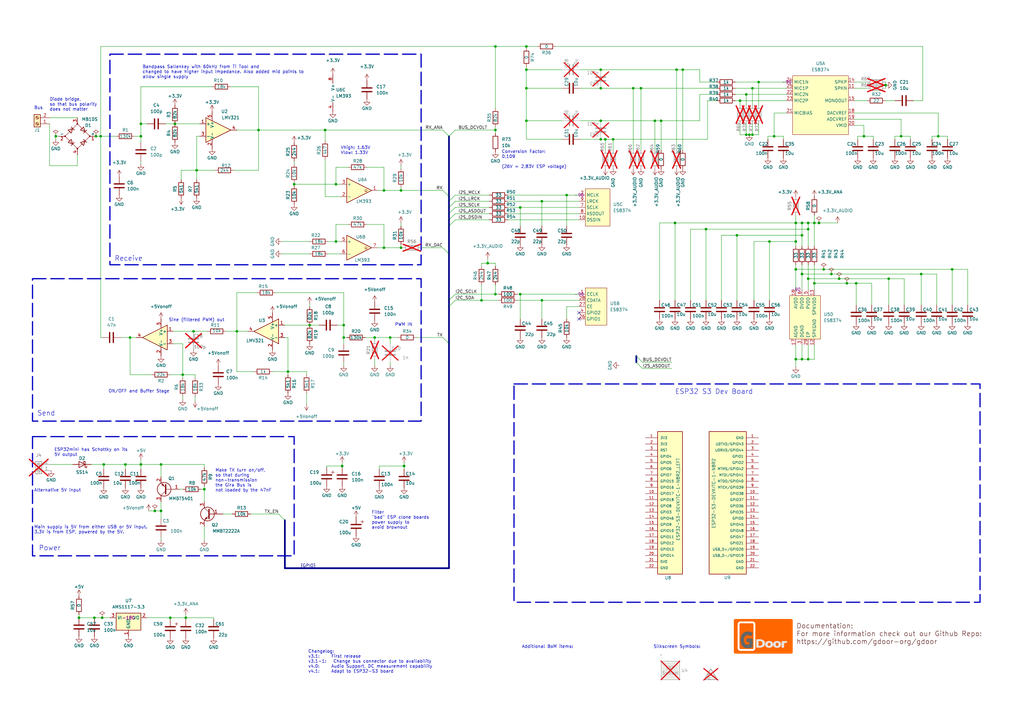
<source format=kicad_sch>
(kicad_sch (version 20230121) (generator eeschema)
  (paper "A3")
  (title_block (title "ESP32 Mini") (rev "V4.1"))
  (bus_alias "GPIO" (members "TX_EN" "RX_THRESH" "RX_DAC" "RX" "RX_ANA" "TX" "I2S_MCLK" "I2S_LRCK" "I2S_SCLK" "I2S_DSDIN" "I2S_ASDOUT" "BUS_DCVOLT" "I2C_SDA" "I2C_SCLK"))
  (junction (at 106.045 53.34))
  (junction (at 354.33 55.88))
  (junction (at 306.07 38.735))
  (junction (at 337.82 110.49))
  (junction (at 63.5 209.55))
  (junction (at 326.39 91.44))
  (junction (at 246.38 36.195))
  (junction (at 57.785 55.88))
  (junction (at 303.53 41.275))
  (junction (at 308.61 36.195))
  (junction (at 69.85 253.365))
  (junction (at 328.93 91.44))
  (junction (at 222.25 82.55))
  (junction (at 306.07 55.245))
  (junction (at 344.17 114.3))
  (junction (at 307.34 55.245))
  (junction (at 328.93 147.32))
  (junction (at 51.435 190.5))
  (junction (at 334.01 91.44))
  (junction (at 326.39 147.32))
  (junction (at 331.47 93.98))
  (junction (at 32.385 253.365))
  (junction (at 133.35 53.34))
  (junction (at 331.47 91.44))
  (junction (at 42.545 190.5))
  (junction (at 246.38 57.15))
  (junction (at 118.11 152.4))
  (junction (at 157.48 78.105))
  (junction (at 326.39 110.49))
  (junction (at 302.26 96.52))
  (junction (at 83.82 200.66))
  (junction (at 41.275 55.88))
  (junction (at 277.495 28.575))
  (junction (at 71.755 50.8))
  (junction (at 328.93 112.395))
  (junction (at 39.37 55.88))
  (junction (at 22.86 55.88))
  (junction (at 74.93 153.67))
  (junction (at 276.86 91.44))
  (junction (at 326.39 99.06))
  (junction (at 268.605 49.53))
  (junction (at 197.485 123.19))
  (junction (at 246.38 49.53))
  (junction (at 203.2 19.05))
  (junction (at 215.9 49.53))
  (junction (at 203.2 120.65))
  (junction (at 215.9 36.195))
  (junction (at 232.41 80.01))
  (junction (at 97.155 135.89))
  (junction (at 164.465 78.105))
  (junction (at 289.56 93.98))
  (junction (at 331.47 147.32))
  (junction (at 364.49 114.3))
  (junction (at 215.9 19.05))
  (junction (at 57.785 190.5))
  (junction (at 259.715 36.195))
  (junction (at 79.375 135.89))
  (junction (at 160.02 138.43))
  (junction (at 262.89 36.195))
  (junction (at 164.465 101.6))
  (junction (at 335.915 91.44))
  (junction (at 140.335 191.135))
  (junction (at 203.2 53.34))
  (junction (at 165.735 191.135))
  (junction (at 137.795 99.06))
  (junction (at 157.48 101.6))
  (junction (at 127 133.35))
  (junction (at 41.91 253.365))
  (junction (at 80.645 69.85))
  (junction (at 308.61 55.245))
  (junction (at 222.25 123.19))
  (junction (at 390.525 110.49))
  (junction (at 38.735 253.365))
  (junction (at 315.595 99.06))
  (junction (at 369.57 55.88))
  (junction (at 377.825 112.395))
  (junction (at 351.155 116.205))
  (junction (at 57.785 50.8))
  (junction (at 328.93 96.52))
  (junction (at 317.5 55.88))
  (junction (at 246.38 28.575))
  (junction (at 76.2 253.365))
  (junction (at 53.34 138.43))
  (junction (at 153.67 138.43))
  (junction (at 140.97 138.43))
  (junction (at 311.15 33.655))
  (junction (at 331.47 114.3))
  (junction (at 271.145 49.53))
  (junction (at 280.035 28.575))
  (junction (at 213.36 120.65))
  (junction (at 120.65 75.565))
  (junction (at 340.995 112.395))
  (junction (at 363.22 34.925))
  (junction (at 66.04 209.55))
  (junction (at 140.97 133.35))
  (junction (at 251.46 57.15))
  (junction (at 137.795 75.565))
  (junction (at 66.04 190.5))
  (junction (at 347.345 116.205))
  (junction (at 384.81 55.88))
  (junction (at 334.01 116.205))
  (junction (at 248.285 57.15))
  (junction (at 215.9 28.575))
  (junction (at 213.36 85.09))
  (junction (at 200.025 107.95))
  (no_connect (at 237.49 130.81))
  (no_connect (at 237.49 128.27))
  (bus_entry (at 260.985 146.05) (size 2.54 2.54))
  (bus_entry (at 184.15 90.17) (size 2.54 -2.54))
  (bus_entry (at 184.15 85.09) (size 2.54 -2.54))
  (bus_entry (at 349.885 311.15) (size 2.54 -2.54))
  (bus_entry (at 284.48 318.135) (size 2.54 -2.54))
  (bus_entry (at 349.885 303.53) (size 2.54 -2.54))
  (bus_entry (at 287.02 313.055) (size 2.54 2.54))
  (bus_entry (at 184.15 55.88) (size 2.54 -2.54))
  (bus_entry (at 181.61 101.6) (size 2.54 2.54))
  (bus_entry (at 181.61 53.34) (size 2.54 2.54))
  (bus_entry (at 114.3 210.82) (size 2.54 2.54))
  (bus_entry (at 287.02 315.595) (size 2.54 2.54))
  (bus_entry (at 349.885 308.61) (size 2.54 -2.54))
  (bus_entry (at 349.885 306.07) (size 2.54 -2.54))
  (bus_entry (at 184.15 125.73) (size 2.54 -2.54))
  (bus_entry (at 181.61 78.105) (size 2.54 2.54))
  (bus_entry (at 184.15 123.19) (size 2.54 -2.54))
  (bus_entry (at 184.15 92.71) (size 2.54 -2.54))
  (bus_entry (at 349.885 316.23) (size 2.54 -2.54))
  (bus_entry (at 184.15 87.63) (size 2.54 -2.54))
  (bus_entry (at 260.985 148.59) (size 2.54 2.54))
  (bus_entry (at 284.48 325.755) (size 2.54 -2.54))
  (bus_entry (at 184.15 82.55) (size 2.54 -2.54))
  (bus_entry (at 181.61 138.43) (size 2.54 2.54))
  (bus_entry (at 284.48 323.215) (size 2.54 -2.54))
  (bus_entry (at 284.48 315.595) (size 2.54 -2.54))
  (wire (pts (xy 276.86 91.44) (xy 326.39 91.44)))
  (wire (pts (xy 315.595 99.06) (xy 315.595 123.19)))
  (wire (pts (xy 140.335 189.865) (xy 140.335 191.135)))
  (wire (pts (xy 334.01 116.205) (xy 334.01 118.745)))
  (wire (pts (xy 331.47 91.44) (xy 334.01 91.44)))
  (wire (pts (xy 160.02 148.59) (xy 160.02 149.86)))
  (wire (pts (xy 20.955 190.5) (xy 29.845 190.5)))
  (wire (pts (xy 69.85 153.67) (xy 74.93 153.67)))
  (bus (pts (xy 287.02 315.595) (xy 287.02 313.055)) (stroke (width 0.7)))
  (wire (pts (xy 74.93 153.67) (xy 74.93 154.94)))
  (wire (pts (xy 60.325 253.365) (xy 69.85 253.365)))
  (wire (pts (xy 140.97 133.35) (xy 138.43 133.35)))
  (wire (pts (xy 350.52 41.275) (xy 355.6 41.275)))
  (wire (pts (xy 153.67 149.86) (xy 153.67 147.32)))
  (wire (pts (xy 120.65 66.04) (xy 120.65 67.31)))
  (wire (pts (xy 280.035 28.575) (xy 287.02 28.575)))
  (wire (pts (xy 186.69 123.19) (xy 197.485 123.19)))
  (wire (pts (xy 262.89 36.195) (xy 262.89 61.595)))
  (wire (pts (xy 289.56 93.98) (xy 331.47 93.98)))
  (wire (pts (xy 363.22 33.655) (xy 363.22 34.925)))
  (wire (pts (xy 150.495 92.075) (xy 157.48 92.075)))
  (wire (pts (xy 203.2 19.05) (xy 203.2 44.45)))
  (wire (pts (xy 134.62 99.06) (xy 137.795 99.06)))
  (wire (pts (xy 203.2 52.07) (xy 203.2 53.34)))
  (wire (pts (xy 213.36 120.65) (xy 237.49 120.65)))
  (wire (pts (xy 80.645 69.85) (xy 88.265 69.85)))
  (wire (pts (xy 160.02 138.43) (xy 163.195 138.43)))
  (wire (pts (xy 334.01 141.605) (xy 334.01 147.32)))
  (wire (pts (xy 157.48 92.075) (xy 157.48 101.6)))
  (wire (pts (xy 357.505 116.205) (xy 357.505 125.095)))
  (wire (pts (xy 290.195 57.15) (xy 290.195 41.275)))
  (wire (pts (xy 215.9 49.53) (xy 230.505 49.53)))
  (wire (pts (xy 335.28 316.23) (xy 349.885 316.23)))
  (wire (pts (xy 367.03 55.88) (xy 369.57 55.88)))
  (wire (pts (xy 238.125 49.53) (xy 246.38 49.53)))
  (wire (pts (xy 364.49 114.3) (xy 370.84 114.3)))
  (wire (pts (xy 95.25 210.82) (xy 91.44 210.82)))
  (wire (pts (xy 295.91 96.52) (xy 302.26 96.52)))
  (wire (pts (xy 53.34 138.43) (xy 53.34 153.67)))
  (wire (pts (xy 308.61 50.8) (xy 308.61 55.245)))
  (wire (pts (xy 303.53 41.275) (xy 303.53 43.18)))
  (wire (pts (xy 328.93 96.52) (xy 328.93 100.965)))
  (wire (pts (xy 377.825 112.395) (xy 384.175 112.395)))
  (wire (pts (xy 334.01 91.44) (xy 335.915 91.44)))
  (wire (pts (xy 369.57 55.88) (xy 373.38 55.88)))
  (wire (pts (xy 306.07 38.735) (xy 306.07 43.18)))
  (wire (pts (xy 268.605 49.53) (xy 271.145 49.53)))
  (wire (pts (xy 311.15 55.245) (xy 308.61 55.245)))
  (wire (pts (xy 317.5 55.88) (xy 321.31 55.88)))
  (wire (pts (xy 215.9 57.15) (xy 230.505 57.15)))
  (wire (pts (xy 331.47 141.605) (xy 331.47 147.32)))
  (wire (pts (xy 55.88 138.43) (xy 53.34 138.43)))
  (wire (pts (xy 31.75 63.5) (xy 31.75 67.945)))
  (wire (pts (xy 154.94 78.105) (xy 157.48 78.105)))
  (wire (pts (xy 66.04 212.725) (xy 66.04 209.55)))
  (wire (pts (xy 344.17 114.3) (xy 364.49 114.3)))
  (wire (pts (xy 153.67 138.43) (xy 160.02 138.43)))
  (wire (pts (xy 208.28 90.17) (xy 237.49 90.17)))
  (wire (pts (xy 315.595 99.06) (xy 326.39 99.06)))
  (wire (pts (xy 140.97 138.43) (xy 140.97 133.35)))
  (wire (pts (xy 280.035 28.575) (xy 280.035 61.595)))
  (bus (pts (xy 184.15 92.71) (xy 184.15 104.14)) (stroke (width 0.7)))
  (wire (pts (xy 118.11 153.67) (xy 118.11 152.4)))
  (wire (pts (xy 74.93 200.66) (xy 73.66 200.66)))
  (wire (pts (xy 363.22 34.925) (xy 363.22 36.195)))
  (wire (pts (xy 213.36 120.65) (xy 213.36 130.81)))
  (wire (pts (xy 155.575 191.135) (xy 165.735 191.135)))
  (bus (pts (xy 184.15 123.19) (xy 184.15 104.14)) (stroke (width 0.7)))
  (wire (pts (xy 350.52 48.895) (xy 369.57 48.895)))
  (wire (pts (xy 67.945 50.8) (xy 71.755 50.8)))
  (wire (pts (xy 287.02 49.53) (xy 287.02 38.735)))
  (wire (pts (xy 118.11 152.4) (xy 118.11 138.43)))
  (wire (pts (xy 95.885 69.85) (xy 106.045 69.85)))
  (wire (pts (xy 289.56 93.98) (xy 289.56 123.19)))
  (wire (pts (xy 314.96 55.88) (xy 317.5 55.88)))
  (wire (pts (xy 335.28 311.15) (xy 349.885 311.15)))
  (wire (pts (xy 42.545 190.5) (xy 42.545 192.405)))
  (wire (pts (xy 369.57 48.895) (xy 369.57 55.88)))
  (wire (pts (xy 301.625 38.735) (xy 306.07 38.735)))
  (bus (pts (xy 184.15 85.09) (xy 184.15 87.63)) (stroke (width 0.7)))
  (wire (pts (xy 350.52 33.655) (xy 355.6 33.655)))
  (wire (pts (xy 83.82 200.66) (xy 83.82 205.74)))
  (wire (pts (xy 203.2 53.34) (xy 203.2 54.61)))
  (wire (pts (xy 111.76 152.4) (xy 118.11 152.4)))
  (wire (pts (xy 289.56 93.98) (xy 283.21 93.98)))
  (wire (pts (xy 200.025 107.95) (xy 203.2 107.95)))
  (wire (pts (xy 350.52 46.355) (xy 384.81 46.355)))
  (wire (pts (xy 164.465 67.945) (xy 164.465 69.215)))
  (wire (pts (xy 170.815 138.43) (xy 181.61 138.43)))
  (wire (pts (xy 76.2 253.365) (xy 76.2 254)))
  (wire (pts (xy 83.82 215.9) (xy 83.82 221.615)))
  (wire (pts (xy 80.645 69.85) (xy 80.645 73.66)))
  (wire (pts (xy 55.245 55.88) (xy 57.785 55.88)))
  (wire (pts (xy 222.25 123.19) (xy 237.49 123.19)))
  (wire (pts (xy 213.36 85.09) (xy 237.49 85.09)))
  (wire (pts (xy 232.41 80.01) (xy 232.41 92.71)))
  (wire (pts (xy 157.48 101.6) (xy 164.465 101.6)))
  (wire (pts (xy 215.9 36.195) (xy 215.9 49.53)))
  (wire (pts (xy 271.145 49.53) (xy 287.02 49.53)))
  (wire (pts (xy 390.525 110.49) (xy 396.875 110.49)))
  (bus (pts (xy 184.15 87.63) (xy 184.15 90.17)) (stroke (width 0.7)))
  (wire (pts (xy 137.795 68.58) (xy 137.795 75.565)))
  (wire (pts (xy 120.65 74.93) (xy 120.65 75.565)))
  (wire (pts (xy 246.38 57.15) (xy 248.285 57.15)))
  (wire (pts (xy 115.57 104.14) (xy 127 104.14)))
  (wire (pts (xy 331.47 93.98) (xy 331.47 100.965)))
  (wire (pts (xy 142.875 68.58) (xy 137.795 68.58)))
  (wire (pts (xy 215.9 19.05) (xy 220.345 19.05)))
  (wire (pts (xy 57.785 66.04) (xy 57.785 67.31)))
  (wire (pts (xy 272.415 328.295) (xy 276.86 328.295)))
  (wire (pts (xy 130.81 133.35) (xy 127 133.35)))
  (wire (pts (xy 164.465 101.6) (xy 164.465 100.33)))
  (wire (pts (xy 150.495 68.58) (xy 157.48 68.58)))
  (wire (pts (xy 87.63 253.365) (xy 87.63 254)))
  (wire (pts (xy 335.28 306.07) (xy 349.885 306.07)))
  (wire (pts (xy 165.735 191.135) (xy 165.735 192.405)))
  (bus (pts (xy 184.15 125.73) (xy 184.15 123.19)) (stroke (width 0.7)))
  (wire (pts (xy 41.275 55.88) (xy 41.275 138.43)))
  (bus (pts (xy 287.02 315.595) (xy 287.02 320.675)) (stroke (width 0.7)))
  (wire (pts (xy 270.51 91.44) (xy 270.51 123.19)))
  (wire (pts (xy 287.02 38.735) (xy 294.005 38.735)))
  (wire (pts (xy 232.41 125.73) (xy 232.41 130.81)))
  (wire (pts (xy 80.645 55.88) (xy 80.645 69.85)))
  (wire (pts (xy 351.155 116.205) (xy 357.505 116.205)))
  (wire (pts (xy 378.46 19.05) (xy 227.965 19.05)))
  (wire (pts (xy 97.155 120.015) (xy 105.41 120.015)))
  (wire (pts (xy 164.465 78.105) (xy 181.61 78.105)))
  (wire (pts (xy 354.33 51.435) (xy 354.33 55.88)))
  (wire (pts (xy 71.12 135.89) (xy 79.375 135.89)))
  (wire (pts (xy 154.94 101.6) (xy 157.48 101.6)))
  (wire (pts (xy 251.46 57.15) (xy 251.46 61.595)))
  (wire (pts (xy 334.01 108.585) (xy 334.01 116.205)))
  (wire (pts (xy 49.53 138.43) (xy 53.34 138.43)))
  (wire (pts (xy 115.57 99.06) (xy 127 99.06)))
  (wire (pts (xy 41.91 253.365) (xy 45.085 253.365)))
  (wire (pts (xy 263.525 148.59) (xy 275.59 148.59)))
  (wire (pts (xy 80.01 164.465) (xy 80.01 162.56)))
  (wire (pts (xy 186.69 85.09) (xy 200.66 85.09)))
  (wire (pts (xy 384.175 112.395) (xy 384.175 125.095)))
  (wire (pts (xy 222.25 82.55) (xy 237.49 82.55)))
  (wire (pts (xy 326.39 110.49) (xy 326.39 118.745)))
  (wire (pts (xy 331.47 114.3) (xy 331.47 118.745)))
  (wire (pts (xy 276.86 91.44) (xy 270.51 91.44)))
  (wire (pts (xy 74.93 140.97) (xy 71.12 140.97)))
  (wire (pts (xy 251.46 57.15) (xy 290.195 57.15)))
  (wire (pts (xy 197.485 107.95) (xy 200.025 107.95)))
  (wire (pts (xy 354.33 55.88) (xy 358.14 55.88)))
  (wire (pts (xy 232.41 80.01) (xy 237.49 80.01)))
  (wire (pts (xy 32.385 252.095) (xy 32.385 253.365)))
  (wire (pts (xy 51.435 190.5) (xy 42.545 190.5)))
  (wire (pts (xy 57.785 188.595) (xy 57.785 190.5)))
  (bus (pts (xy 352.425 303.53) (xy 352.425 306.07)) (stroke (width 0.7)))
  (wire (pts (xy 328.93 91.44) (xy 331.47 91.44)))
  (wire (pts (xy 340.995 112.395) (xy 377.825 112.395)))
  (wire (pts (xy 284.48 318.135) (xy 272.415 318.135)))
  (wire (pts (xy 57.785 190.5) (xy 57.785 192.405)))
  (wire (pts (xy 41.275 55.88) (xy 41.275 19.05)))
  (wire (pts (xy 66.04 190.5) (xy 83.82 190.5)))
  (wire (pts (xy 203.2 120.65) (xy 204.47 120.65)))
  (wire (pts (xy 351.155 116.205) (xy 351.155 125.095)))
  (bus (pts (xy 184.15 82.55) (xy 184.15 85.09)) (stroke (width 0.7)))
  (wire (pts (xy 97.155 53.34) (xy 106.045 53.34)))
  (wire (pts (xy 106.045 69.85) (xy 106.045 53.34)))
  (wire (pts (xy 277.495 28.575) (xy 277.495 61.595)))
  (wire (pts (xy 311.15 33.655) (xy 311.15 43.18)))
  (wire (pts (xy 140.335 191.135) (xy 140.335 191.77)))
  (wire (pts (xy 370.84 114.3) (xy 370.84 125.095)))
  (wire (pts (xy 384.81 46.355) (xy 384.81 55.88)))
  (wire (pts (xy 208.28 85.09) (xy 213.36 85.09)))
  (wire (pts (xy 367.03 55.88) (xy 367.03 57.15)))
  (wire (pts (xy 382.27 55.88) (xy 382.27 57.15)))
  (bus (pts (xy 184.15 140.97) (xy 184.15 233.045)) (stroke (width 0.7)))
  (wire (pts (xy 213.36 85.09) (xy 213.36 92.71)))
  (wire (pts (xy 157.48 78.105) (xy 164.465 78.105)))
  (wire (pts (xy 92.71 135.89) (xy 97.155 135.89)))
  (wire (pts (xy 66.04 190.5) (xy 57.785 190.5)))
  (wire (pts (xy 215.9 36.195) (xy 230.505 36.195)))
  (wire (pts (xy 290.195 41.275) (xy 294.005 41.275)))
  (wire (pts (xy 308.61 36.195) (xy 308.61 43.18)))
  (wire (pts (xy 301.625 36.195) (xy 308.61 36.195)))
  (wire (pts (xy 74.93 140.97) (xy 74.93 153.67)))
  (wire (pts (xy 133.985 191.135) (xy 140.335 191.135)))
  (wire (pts (xy 172.72 101.6) (xy 181.61 101.6)))
  (wire (pts (xy 63.5 209.55) (xy 66.04 209.55)))
  (wire (pts (xy 248.285 57.15) (xy 248.285 61.595)))
  (wire (pts (xy 38.735 253.365) (xy 41.91 253.365)))
  (wire (pts (xy 97.155 135.89) (xy 97.155 120.015)))
  (wire (pts (xy 373.38 55.88) (xy 373.38 57.15)))
  (wire (pts (xy 378.46 19.05) (xy 378.46 41.275)))
  (wire (pts (xy 351.79 55.88) (xy 351.79 57.15)))
  (wire (pts (xy 271.145 61.595) (xy 271.145 49.53)))
  (wire (pts (xy 246.38 49.53) (xy 268.605 49.53)))
  (wire (pts (xy 351.79 55.88) (xy 354.33 55.88)))
  (wire (pts (xy 331.47 108.585) (xy 331.47 114.3)))
  (wire (pts (xy 308.61 55.245) (xy 307.34 55.245)))
  (wire (pts (xy 347.345 116.205) (xy 351.155 116.205)))
  (wire (pts (xy 157.48 68.58) (xy 157.48 78.105)))
  (bus (pts (xy 287.02 320.675) (xy 287.02 323.215)) (stroke (width 0.7)))
  (wire (pts (xy 314.96 55.88) (xy 314.96 57.15)))
  (wire (pts (xy 302.26 96.52) (xy 302.26 123.19)))
  (bus (pts (xy 260.985 146.05) (xy 260.985 148.59)) (stroke (width 0.7)))
  (wire (pts (xy 268.605 61.595) (xy 268.605 49.53)))
  (wire (pts (xy 83.82 191.77) (xy 83.82 190.5)))
  (wire (pts (xy 69.85 253.365) (xy 76.2 253.365)))
  (wire (pts (xy 104.14 152.4) (xy 97.155 152.4)))
  (wire (pts (xy 155.575 191.135) (xy 155.575 192.405)))
  (bus (pts (xy 116.84 233.045) (xy 184.15 233.045)) (stroke (width 0.7)))
  (wire (pts (xy 299.085 305.435) (xy 313.69 305.435)))
  (wire (pts (xy 118.11 152.4) (xy 125.73 152.4)))
  (wire (pts (xy 120.65 76.2) (xy 120.65 75.565)))
  (wire (pts (xy 272.415 323.215) (xy 284.48 323.215)))
  (bus (pts (xy 352.425 308.61) (xy 352.425 313.69)) (stroke (width 0.7)))
  (wire (pts (xy 326.39 99.06) (xy 326.39 100.965)))
  (wire (pts (xy 272.415 325.755) (xy 284.48 325.755)))
  (bus (pts (xy 184.15 140.97) (xy 184.15 125.73)) (stroke (width 0.7)))
  (wire (pts (xy 326.39 141.605) (xy 326.39 147.32)))
  (wire (pts (xy 306.07 55.245) (xy 307.34 55.245)))
  (bus (pts (xy 184.15 55.88) (xy 184.15 80.645)) (stroke (width 0.7)))
  (wire (pts (xy 41.275 55.88) (xy 47.625 55.88)))
  (wire (pts (xy 140.97 120.015) (xy 113.03 120.015)))
  (wire (pts (xy 140.97 120.015) (xy 140.97 133.35)))
  (wire (pts (xy 358.14 55.88) (xy 358.14 57.15)))
  (wire (pts (xy 74.295 69.85) (xy 80.645 69.85)))
  (wire (pts (xy 32.385 253.365) (xy 38.735 253.365)))
  (wire (pts (xy 66.04 190.5) (xy 66.04 195.58)))
  (wire (pts (xy 259.715 36.195) (xy 259.715 61.595)))
  (wire (pts (xy 374.65 41.275) (xy 378.46 41.275)))
  (wire (pts (xy 334.01 116.205) (xy 347.345 116.205)))
  (wire (pts (xy 309.245 99.06) (xy 309.245 123.19)))
  (wire (pts (xy 42.545 190.5) (xy 37.465 190.5)))
  (wire (pts (xy 160.02 140.97) (xy 160.02 138.43)))
  (wire (pts (xy 165.735 189.865) (xy 165.735 191.135)))
  (wire (pts (xy 208.28 82.55) (xy 222.25 82.55)))
  (wire (pts (xy 377.825 112.395) (xy 377.825 125.095)))
  (wire (pts (xy 106.045 53.34) (xy 133.35 53.34)))
  (wire (pts (xy 82.55 200.66) (xy 83.82 200.66)))
  (wire (pts (xy 186.69 120.65) (xy 203.2 120.65)))
  (wire (pts (xy 328.93 108.585) (xy 328.93 112.395)))
  (wire (pts (xy 215.9 49.53) (xy 215.9 57.15)))
  (wire (pts (xy 363.22 41.275) (xy 367.03 41.275)))
  (wire (pts (xy 326.39 88.265) (xy 326.39 91.44)))
  (wire (pts (xy 317.5 46.355) (xy 317.5 55.88)))
  (wire (pts (xy 335.915 91.44) (xy 343.535 91.44)))
  (wire (pts (xy 186.69 80.01) (xy 200.66 80.01)))
  (wire (pts (xy 142.875 92.075) (xy 137.795 92.075)))
  (wire (pts (xy 222.25 82.55) (xy 222.25 92.71)))
  (wire (pts (xy 197.485 123.19) (xy 204.47 123.19)))
  (wire (pts (xy 215.9 19.05) (xy 215.9 19.685)))
  (wire (pts (xy 328.93 147.32) (xy 326.39 147.32)))
  (wire (pts (xy 133.35 65.405) (xy 133.35 80.645)))
  (wire (pts (xy 328.93 91.44) (xy 328.93 96.52)))
  (wire (pts (xy 133.35 53.34) (xy 133.35 57.785)))
  (wire (pts (xy 331.47 147.32) (xy 328.93 147.32)))
  (wire (pts (xy 71.755 50.8) (xy 81.915 50.8)))
  (wire (pts (xy 331.47 91.44) (xy 331.47 93.98)))
  (wire (pts (xy 384.81 55.88) (xy 388.62 55.88)))
  (wire (pts (xy 102.87 210.82) (xy 114.3 210.82)))
  (wire (pts (xy 246.38 28.575) (xy 277.495 28.575)))
  (wire (pts (xy 302.26 96.52) (xy 328.93 96.52)))
  (wire (pts (xy 212.09 120.65) (xy 213.36 120.65)))
  (wire (pts (xy 301.625 41.275) (xy 303.53 41.275)))
  (wire (pts (xy 133.985 191.77) (xy 133.985 191.135)))
  (wire (pts (xy 97.155 152.4) (xy 97.155 135.89)))
  (wire (pts (xy 186.69 53.34) (xy 203.2 53.34)))
  (wire (pts (xy 140.97 149.86) (xy 140.97 148.59)))
  (wire (pts (xy 57.785 35.56) (xy 86.995 35.56)))
  (wire (pts (xy 259.715 36.195) (xy 262.89 36.195)))
  (wire (pts (xy 388.62 55.88) (xy 388.62 57.15)))
  (wire (pts (xy 66.04 220.345) (xy 66.04 221.615)))
  (wire (pts (xy 53.34 153.67) (xy 62.23 153.67)))
  (wire (pts (xy 164.465 91.44) (xy 164.465 92.71)))
  (wire (pts (xy 127 133.35) (xy 116.84 133.35)))
  (wire (pts (xy 57.785 50.8) (xy 60.325 50.8)))
  (wire (pts (xy 303.53 50.8) (xy 303.53 55.245)))
  (wire (pts (xy 334.01 147.32) (xy 331.47 147.32)))
  (wire (pts (xy 186.69 87.63) (xy 200.66 87.63)))
  (wire (pts (xy 303.53 55.245) (xy 306.07 55.245)))
  (bus (pts (xy 184.15 90.17) (xy 184.15 92.71)) (stroke (width 0.7)))
  (wire (pts (xy 200.025 106.045) (xy 200.025 107.95)))
  (wire (pts (xy 20.32 67.945) (xy 31.75 67.945)))
  (wire (pts (xy 212.09 123.19) (xy 222.25 123.19)))
  (bus (pts (xy 184.15 80.645) (xy 184.15 82.55)) (stroke (width 0.7)))
  (wire (pts (xy 57.785 35.56) (xy 57.785 50.8)))
  (wire (pts (xy 80.01 154.94) (xy 80.01 153.67)))
  (wire (pts (xy 334.01 88.265) (xy 334.01 91.44)))
  (wire (pts (xy 125.73 152.4) (xy 125.73 153.67)))
  (wire (pts (xy 321.31 55.88) (xy 321.31 57.15)))
  (wire (pts (xy 20.32 48.26) (xy 31.75 48.26)))
  (wire (pts (xy 326.39 147.32) (xy 326.39 150.495)))
  (wire (pts (xy 63.5 209.55) (xy 60.96 209.55)))
  (wire (pts (xy 331.47 114.3) (xy 344.17 114.3)))
  (wire (pts (xy 306.705 318.135) (xy 313.69 318.135)))
  (wire (pts (xy 277.495 28.575) (xy 280.035 28.575)))
  (wire (pts (xy 74.93 163.83) (xy 74.93 162.56)))
  (wire (pts (xy 80.645 55.88) (xy 81.915 55.88)))
  (wire (pts (xy 237.49 125.73) (xy 232.41 125.73)))
  (wire (pts (xy 137.795 75.565) (xy 139.7 75.565)))
  (wire (pts (xy 79.375 135.89) (xy 85.09 135.89)))
  (wire (pts (xy 197.485 107.95) (xy 197.485 109.22)))
  (wire (pts (xy 246.38 36.195) (xy 259.715 36.195)))
  (wire (pts (xy 137.795 99.06) (xy 139.7 99.06)))
  (wire (pts (xy 328.93 141.605) (xy 328.93 147.32)))
  (wire (pts (xy 317.5 46.355) (xy 322.58 46.355)))
  (wire (pts (xy 301.625 33.655) (xy 311.15 33.655)))
  (wire (pts (xy 248.285 57.15) (xy 251.46 57.15)))
  (wire (pts (xy 74.295 73.66) (xy 74.295 69.85)))
  (wire (pts (xy 326.39 108.585) (xy 326.39 110.49)))
  (wire (pts (xy 311.15 33.655) (xy 322.58 33.655)))
  (wire (pts (xy 118.11 138.43) (xy 116.84 138.43)))
  (wire (pts (xy 80.01 153.67) (xy 74.93 153.67)))
  (wire (pts (xy 335.28 308.61) (xy 349.885 308.61)))
  (wire (pts (xy 153.67 139.7) (xy 153.67 138.43)))
  (wire (pts (xy 101.6 135.89) (xy 97.155 135.89)))
  (bus (pts (xy 352.425 306.07) (xy 352.425 308.61)) (stroke (width 0.7)))
  (wire (pts (xy 262.89 36.195) (xy 294.005 36.195)))
  (wire (pts (xy 306.07 50.8) (xy 306.07 55.245)))
  (bus (pts (xy 352.425 305.435) (xy 352.425 306.07)))
  (wire (pts (xy 215.9 28.575) (xy 215.9 36.195)))
  (wire (pts (xy 335.28 303.53) (xy 349.885 303.53)))
  (wire (pts (xy 263.525 151.13) (xy 275.59 151.13)))
  (wire (pts (xy 153.67 138.43) (xy 149.86 138.43)))
  (wire (pts (xy 83.82 199.39) (xy 83.82 200.66)))
  (wire (pts (xy 106.045 53.34) (xy 106.045 35.56)))
  (wire (pts (xy 57.785 55.88) (xy 57.785 50.8)))
  (wire (pts (xy 164.465 101.6) (xy 165.1 101.6)))
  (wire (pts (xy 287.02 33.655) (xy 294.005 33.655)))
  (wire (pts (xy 41.275 19.05) (xy 203.2 19.05)))
  (wire (pts (xy 203.2 107.95) (xy 203.2 109.22)))
  (wire (pts (xy 133.35 80.645) (xy 139.7 80.645)))
  (wire (pts (xy 41.275 138.43) (xy 41.91 138.43)))
  (wire (pts (xy 337.82 110.49) (xy 390.525 110.49)))
  (wire (pts (xy 133.35 53.34) (xy 181.61 53.34)))
  (wire (pts (xy 24.13 55.88) (xy 22.86 55.88)))
  (wire (pts (xy 20.32 50.8) (xy 20.32 67.945)))
  (wire (pts (xy 276.86 91.44) (xy 276.86 123.19)))
  (wire (pts (xy 203.2 19.05) (xy 215.9 19.05)))
  (wire (pts (xy 208.28 80.01) (xy 232.41 80.01)))
  (wire (pts (xy 328.93 112.395) (xy 328.93 118.745)))
  (wire (pts (xy 326.39 91.44) (xy 328.93 91.44)))
  (wire (pts (xy 186.69 90.17) (xy 200.66 90.17)))
  (wire (pts (xy 51.435 190.5) (xy 51.435 192.405)))
  (wire (pts (xy 208.28 87.63) (xy 237.49 87.63)))
  (wire (pts (xy 350.52 36.195) (xy 355.6 36.195)))
  (wire (pts (xy 238.125 28.575) (xy 246.38 28.575)))
  (wire (pts (xy 284.48 315.595) (xy 272.415 315.595)))
  (wire (pts (xy 39.37 55.88) (xy 41.275 55.88)))
  (wire (pts (xy 309.245 99.06) (xy 315.595 99.06)))
  (wire (pts (xy 57.785 190.5) (xy 51.435 190.5)))
  (wire (pts (xy 299.085 307.975) (xy 313.69 307.975)))
  (wire (pts (xy 134.62 104.14) (xy 139.7 104.14)))
  (wire (pts (xy 66.04 205.74) (xy 66.04 209.55)))
  (wire (pts (xy 238.125 36.195) (xy 246.38 36.195)))
  (wire (pts (xy 142.24 138.43) (xy 140.97 138.43)))
  (wire (pts (xy 137.795 92.075) (xy 137.795 99.06)))
  (wire (pts (xy 303.53 41.275) (xy 322.58 41.275)))
  (wire (pts (xy 215.9 28.575) (xy 230.505 28.575)))
  (wire (pts (xy 238.125 57.15) (xy 246.38 57.15)))
  (wire (pts (xy 390.525 110.49) (xy 390.525 125.095)))
  (wire (pts (xy 287.02 28.575) (xy 287.02 33.655)))
  (wire (pts (xy 186.69 82.55) (xy 200.66 82.55)))
  (wire (pts (xy 326.39 91.44) (xy 326.39 99.06)))
  (wire (pts (xy 295.91 96.52) (xy 295.91 123.19)))
  (wire (pts (xy 76.2 253.365) (xy 87.63 253.365)))
  (wire (pts (xy 396.875 110.49) (xy 396.875 125.095)))
  (wire (pts (xy 308.61 36.195) (xy 322.58 36.195)))
  (wire (pts (xy 125.73 165.735) (xy 125.73 161.29)))
  (wire (pts (xy 164.465 78.105) (xy 164.465 76.835)))
  (wire (pts (xy 382.27 55.88) (xy 384.81 55.88)))
  (wire (pts (xy 140.97 140.97) (xy 140.97 138.43)))
  (wire (pts (xy 69.85 254) (xy 69.85 253.365)))
  (wire (pts (xy 22.86 55.88) (xy 22.86 57.15)))
  (wire (pts (xy 57.785 58.42) (xy 57.785 55.88)))
  (wire (pts (xy 222.25 123.19) (xy 222.25 130.81)))
  (wire (pts (xy 306.07 38.735) (xy 322.58 38.735)))
  (wire (pts (xy 326.39 110.49) (xy 337.82 110.49)))
  (wire (pts (xy 215.9 27.305) (xy 215.9 28.575)))
  (bus (pts (xy 352.425 300.99) (xy 352.425 303.53)) (stroke (width 0.7)))
  (wire (pts (xy 106.045 35.56) (xy 94.615 35.56)))
  (bus (pts (xy 116.84 213.36) (xy 116.84 233.045)) (stroke (width 0.7)))
  (wire (pts (xy 311.15 50.8) (xy 311.15 55.245)))
  (wire (pts (xy 364.49 114.3) (xy 364.49 125.095)))
  (wire (pts (xy 350.52 51.435) (xy 354.33 51.435)))
  (wire (pts (xy 76.2 252.095) (xy 76.2 253.365)))
  (wire (pts (xy 203.2 116.84) (xy 203.2 120.65)))
  (wire (pts (xy 127 124.46) (xy 127 125.73)))
  (wire (pts (xy 334.01 91.44) (xy 334.01 100.965)))
  (wire (pts (xy 120.65 75.565) (xy 137.795 75.565)))
  (wire (pts (xy 328.93 112.395) (xy 340.995 112.395)))
  (wire (pts (xy 283.21 93.98) (xy 283.21 123.19)))
  (wire (pts (xy 197.485 116.84) (xy 197.485 123.19)))
  (rectangle (start 45.085 22.225) (end 172.72 108.585) (stroke (width 0.5) (type dash)))
  (rectangle (start 210.82 157.48) (end 401.955 247.015) (stroke (width 0.5) (type dash)))
  (rectangle (start 13.335 114.3) (end 172.72 172.72) (stroke (width 0.5) (type dash)))
  (rectangle (start 13.335 179.07) (end 120.65 227.965) (stroke (width 0.5) (type dash)))
  (image (at 313.055 260.985) (scale 0.478723))
  (text_box "Power:\nPower is coming from either the USB connector\nof the ESP32mini or the not populated 5V input jack.\n\nThe GDOOR adapter also needs 3.3V, which are generated by\nthe ESP32mini onboard LDO.\n\nWarning: the 5V power input jack is not protected against\nwrong polarity or overvoltage!" (at 429.26 132.08 0) (size 160.655 50.8) (fill (type color) (color 255 255 194 1)) (effects (font (size 3 3)) (justify left top)))
  (text_box "CPU:\nTo operate the GDOOR hardware adapter an ESP32mini development board is needed." (at 429.26 189.23 0) (size 160.655 19.685) (fill (type color) (color 255 255 194 1)) (effects (font (size 3 3)) (justify left top)))
  (text_box "Documentation:\nFor more information check out our Github Repo:\nhttps://github.com/gdoor-org/gdoor" (at 325.12 254 0) (size 81.28 15.24) (stroke (width -0.0001)) (effects (font (size 2 2)) (justify left top)))
  (text_box "Signals:\n\nRX_ANA: Filtered Bus signal,\n60kHz sine signals forming 1 and 0 bits.\nAnalog signal, 0V to 3.3V with offset at 1.65V.\n\nRX: Digitized RX_ANA signal,\ndigital 60kHz with fixed digitizing threshold.\nCMOS3.3V compatible.\n\nRX_DAC: Removed in version 4.\nDigitized RX_ANA signal,\ndigital 60kHz with customizable digitizing threshold.\nCMOS3.3V compatible.\n\nRX_THRESH: Removed in version 4.\nDigitizing threshold for\nRX_DAC, use the ESP DAC to select a threshold.\nAnalog signal, 0V to 3.3V.\n\nTX: Send signal, 60 kHz pulses are needed.\nCMOS3.3V\n\nTX_EN: Enables the bus sending hardware.\nNeeded to not stress/load the bus during non-sending phases.\nCMOS3.3V" (at 429.26 -1.27 0) (size 160.655 130.175) (fill (type color) (color 255 255 194 1)) (effects (font (size 3 3)) (justify left top)))
  (text "Sine (filtered PWM) out" (at 69.215 132.08 0) (effects (font (size 1.27 1.27)) (justify left bottom)))
  (text "Make TX turn on/off,\nso that during\nnon-transmission\nthe Gira Bus is\nnot loaded by the 47nF" (at 88.265 201.93 0) (effects (font (size 1.27 1.27)) (justify left bottom)))
  (text "Vhigh: 1.63V\nVlow: 1.33V" (at 139.7 63.5 0) (effects (font (size 1.27 1.27)) (justify left bottom)))
  (text "Bandpass Sallenkey with 60kHz from Ti Tool and\nchanged to have higher input impedance. Also added mid points to\nallow single supply" (at 58.42 32.385 0) (effects (font (size 1.27 1.27)) (justify left bottom)))
  (text "Additional BoM items:" (at 213.995 266.065 0) (effects (font (size 1.27 1.27)) (justify left bottom)))
  (text "Silkscreen Symbols:" (at 267.97 266.065 0) (effects (font (size 1.27 1.27)) (justify left bottom)))
  (text "Power" (at 15.875 226.06 0) (effects (font (size 2 2)) (justify left bottom)))
  (text "ESP32mini has Schottky on its\n5V output" (at 22.225 187.325 0) (effects (font (size 1.27 1.27)) (justify left bottom)))
  (text "Filter\n\"bad\" ESP clone boards\npower supply to\navoid brownout" (at 152.4 217.17 0) (effects (font (size 1.27 1.27)) (justify left bottom)))
  (text "Receive" (at 46.99 107.315 0) (effects (font (size 2 2)) (justify left bottom)))
  (text "PWM IN" (at 161.925 133.985 0) (effects (font (size 1.27 1.27)) (justify left bottom)))
  (text "Diode bridge,\nso that bus polarity\ndoes not matter" (at 20.32 45.72 0) (effects (font (size 1.27 1.27)) (justify left bottom)))
  (text "Main supply is 5V from either USB or 5V input.\n3.3V is from ESP, powered by the 5V." (at 13.97 219.075 0) (effects (font (size 1.27 1.27)) (justify left bottom)))
  (text "Alternative 5V input" (at 13.97 201.93 0) (effects (font (size 1.27 1.27)) (justify left bottom)))
  (text "ON/OFF and Buffer Stage" (at 44.45 161.29 0) (effects (font (size 1.27 1.27)) (justify left bottom)))
  (text "Changelog:\nv3.1:     First release\nv3.1-1:   Change bus connector due to availability\nv4.0:     Audio Support, DC measurement capability\nv4.1:     Adapt to ESP32-S3 board" (at 126.365 276.225 0) (effects (font (size 1.27 1.27)) (justify left bottom)))
  (text "Conversion Factor:\n0,109\n\n(26V = 2,83V ESP voltage)" (at 205.74 69.215 0) (effects (font (size 1.27 1.27)) (justify left bottom)))
  (text "Bus" (at 13.97 45.085 0) (effects (font (size 1.27 1.27)) (justify left bottom)))
  (text "Send" (at 15.24 170.815 0) (effects (font (size 2 2)) (justify left bottom)))
  (text "ESP32 S3 Dev Board" (at 276.86 161.925 0) (effects (font (size 2 2)) (justify left bottom)))
  (label "I2C_SDA" (at 273.05 318.135 0))
  (label "RX_DAC" (at 312.42 305.435 180))
  (label "BUS_DCVOLT" (at 187.96 53.34 0))
  (label "RX_ANA" (at 181.61 53.34 180))
  (label "RX" (at 181.61 78.105 180))
  (label "I2S_SCLK" (at 187.96 85.09 0))
  (label "I2S_DSDIN" (at 187.96 90.17 0))
  (label "I2S_LRCK" (at 187.96 82.55 0))
  (label "I2S_LRCK" (at 349.25 306.07 180))
  (label "RX_DAC" (at 181.61 101.6 180))
  (label "I2S_MCLK" (at 349.25 316.23 180))
  (label "I2S_ASDOUT" (at 263.525 151.13 0))
  (label "RX" (at 312.42 307.975 180))
  (label "I2S_DSDIN" (at 273.05 315.595 0))
  (label "I2S_ASDOUT" (at 187.96 87.63 0))
  (label "TX_EN" (at 114.3 210.82 180))
  (label "RX_ANA" (at 349.25 308.61 180))
  (label "I2C_SCLK" (at 186.69 120.65 0))
  (label "TX_EN" (at 349.25 303.53 180))
  (label "I2C_SDA" (at 186.69 123.19 0))
  (label "I2C_SCLK" (at 273.05 323.215 0))
  (label "I2S_SCLK" (at 273.05 325.755 0))
  (label "TX" (at 349.25 311.15 180))
  (label "TX" (at 181.61 138.43 180))
  (label "BUS_DCVOLT" (at 263.525 148.59 0))
  (label "I2S_MCLK" (at 187.96 80.01 0))
  (label "{GPIO}" (at 123.19 233.045 0))
  (symbol (lib_id "symbols:GND") (at 120.65 83.82 0) (unit 1)
    (property "Reference" "#PWR06" (effects hide))
    (property "Value" "GND" (at 120.65 87.63 0))
  )
  (symbol (lib_id "symbols:GND") (at 155.575 200.025 0) (unit 1)
    (property "Reference" "#PWR0110" (effects hide))
    (property "Value" "GND" (at 155.575 203.835 0))
  )
  (symbol (lib_id "symbols:10u") (at 234.315 57.15 270) (unit 1)
    (property "Reference" "C31" (at 232.41 56.515 0) (effects (justify right)))
    (property "Value" "10u" (at 236.22 56.515 0) (effects (justify right)))
    (property "Footprint" "Library:C_0603_1608Metric_Pad1.08x0.95mm_HandSolder" (effects hide))
    (property "MPN" "C96446" (effects hide))
  )
  (symbol (lib_id "symbols:GND") (at 363.22 34.925 90) (unit 1)
    (property "Reference" "#PWR081" (effects hide))
    (property "Value" "GND" (at 367.03 34.925 0))
  )
  (symbol (lib_id "symbols:100n") (at 76.2 257.81 0) (unit 1)
    (property "Reference" "C32" (at 80.01 256.54 0) (effects (justify left)))
    (property "Value" "100n" (at 80.01 259.08 0) (effects (justify left)))
    (property "Footprint" "Library:C_0603_1608Metric_Pad1.08x0.95mm_HandSolder" (effects hide))
    (property "MPN" "C14663" (effects hide))
  )
  (symbol (lib_id "symbols:10u") (at 396.875 128.905 180) (unit 1)
    (property "Reference" "C43" (at 397.51 127 0) (effects (justify right)))
    (property "Value" "10u" (at 397.51 130.81 0) (effects (justify right)))
    (property "Footprint" "Library:C_0603_1608Metric_Pad1.08x0.95mm_HandSolder" (effects hide))
    (property "MPN" "C96446" (effects hide))
  )
  (symbol (lib_id "symbols:100p") (at 134.62 133.35 90) (mirror x) (unit 1)
    (property "Reference" "C8" (at 134.62 125.73 90))
    (property "Value" "100p" (at 134.62 128.27 90))
    (property "Footprint" "Library:C_0603_1608Metric_Pad1.08x0.95mm_HandSolder" (effects hide))
    (property "MPN" "C14858" (effects hide))
  )
  (symbol (lib_id "symbols:GND") (at 140.335 199.39 0) (unit 1)
    (property "Reference" "#PWR0102" (effects hide))
    (property "Value" "GND" (at 140.335 203.2 0))
  )
  (symbol (lib_id "symbols:10u") (at 384.175 128.905 180) (unit 1)
    (property "Reference" "C41" (at 384.81 127 0) (effects (justify right)))
    (property "Value" "10u" (at 384.81 130.81 0) (effects (justify right)))
    (property "Footprint" "Library:C_0603_1608Metric_Pad1.08x0.95mm_HandSolder" (effects hide))
    (property "MPN" "C96446" (effects hide))
  )
  (symbol (lib_id "symbols:22p") (at 222.25 134.62 180) (unit 1)
    (property "Reference" "C45" (at 222.885 132.715 0) (effects (justify right)))
    (property "Value" "22p" (at 227.965 137.16 0) (effects (justify left)))
    (property "Footprint" "Library:C_0603_1608Metric_Pad1.08x0.95mm_HandSolder" (effects hide))
    (property "MPN" "C1653" (effects hide))
  )
  (symbol (lib_id "symbols:GND") (at 314.96 64.77 0) (unit 1)
    (property "Reference" "#PWR036" (effects hide))
    (property "Value" "GND" (at 314.96 68.58 0))
  )
  (symbol (lib_id "symbols:PWR_FLAG") (at 337.82 110.49 0) (unit 1)
    (property "Reference" "#FLG03" (effects hide))
    (property "Value" "PWR_FLAG" (effects hide))
  )
  (symbol (lib_id "symbols:GND") (at 69.85 261.62 0) (unit 1)
    (property "Reference" "#PWR069" (effects hide))
    (property "Value" "GND" (at 69.85 265.43 0))
  )
  (symbol (lib_id "symbols:GND") (at 127 140.97 0) (mirror y) (unit 1)
    (property "Reference" "#PWR0134" (effects hide))
    (property "Value" "GND" (at 127 144.78 0))
  )
  (symbol (lib_id "symbols:1n") (at 160.02 144.78 0) (mirror x) (unit 1) (dnp yes)
    (property "Reference" "C10" (at 164.465 142.875 0) (effects (justify right)))
    (property "Value" "1n" (at 167.64 146.685 0) (effects (justify right)))
    (property "Footprint" "Library:C_0603_1608Metric_Pad1.08x0.95mm_HandSolder" (effects hide))
    (property "MPN" "C1588" (effects hide))
  )
  (symbol (lib_id "symbols:LM393") (at 139.065 38.1 0) (unit 3)
    (property "Reference" "U6" (at 137.795 36.83 0) (effects (justify left)))
    (property "Value" "LM393" (at 137.795 39.37 0) (effects (justify left)))
    (property "Footprint" "Library:SOIC-8_3.9x4.9mm_P1.27mm" (effects hide))
    (property "Datasheet" "http://www.ti.com/lit/ds/symlink/lm393.pdf" (effects hide))
    (property "MPN" "C7955" (effects hide))
    (property "JlcRotOffset" "-90" (effects hide))
  )
  (symbol (lib_id "symbols:MMBT2222A") (at 86.36 210.82 0) (mirror y) (unit 1)
    (property "Reference" "Q2" (at 89.535 215.265 0) (effects (justify left)))
    (property "Value" "MMBT2222A" (at 98.425 217.805 0) (effects (justify left)))
    (property "Footprint" "Library:SOT-23" (effects hide))
    (property "MPN" "C8512" (effects hide))
  )
  (symbol (lib_id "symbols:33") (at 326.39 104.775 180) (unit 1)
    (property "Reference" "R41" (at 337.82 104.14 90))
    (property "Value" "33" (at 326.39 104.775 90))
    (property "Footprint" "Library:R_0603_1608Metric_Pad0.98x0.95mm_HandSolder" (effects hide))
    (property "MPN" "C23140" (effects hide))
  )
  (symbol (lib_id "symbols:18k") (at 130.81 104.14 270) (unit 1)
    (property "Reference" "R27" (at 129.54 101.6 90))
    (property "Value" "18k" (at 130.81 104.14 90))
    (property "Footprint" "Library:R_0603_1608Metric_Pad0.98x0.95mm_HandSolder" (effects hide))
    (property "MPN" "C25810" (effects hide))
  )
  (symbol (lib_id "symbols:10k_0402") (at 78.74 200.66 90) (mirror x) (unit 1)
    (property "Reference" "R8" (at 78.74 198.12 90))
    (property "Value" "10k" (at 78.74 200.66 90))
    (property "Footprint" "Library:R_0402_1005Metric_Pad0.72x0.64mm_HandSolder" (effects hide))
    (property "MPN" "C25744" (effects hide))
  )
  (symbol (lib_id "symbols:+3.3V") (at 165.735 189.865 0) (unit 1)
    (property "Reference" "#PWR0112" (effects hide))
    (property "Value" "+3.3V" (at 166.37 186.055 0))
  )
  (symbol (lib_id "symbols:GND") (at 232.41 100.33 0) (unit 1)
    (property "Reference" "#PWR057" (effects hide))
    (property "Value" "GND" (at 232.41 104.14 0))
  )
  (symbol (lib_id "symbols:GND") (at 280.035 69.215 0) (unit 1)
    (property "Reference" "#PWR035" (effects hide))
    (property "Value" "GND" (at 280.035 74.93 90))
  )
  (symbol (lib_id "symbols:+5V_onoff") (at 111.76 128.27 0) (unit 1)
    (property "Reference" "#PWR020" (effects hide))
    (property "Value" "+5V_onoff" (at 117.475 125.73 0))
  )
  (symbol (lib_id "symbols:100n_0402") (at 155.575 196.215 180) (unit 1)
    (property "Reference" "C13" (at 156.21 194.31 0) (effects (justify right)))
    (property "Value" "100n" (at 161.29 198.755 0) (effects (justify left)))
    (property "Footprint" "Library:C_0402_1005Metric_Pad0.74x0.62mm_HandSolder" (effects hide))
    (property "MPN" "C307331" (effects hide))
  )
  (symbol (lib_id "symbols:GND") (at 382.27 64.77 0) (unit 1)
    (property "Reference" "#PWR032" (effects hide))
    (property "Value" "GND" (at 382.27 68.58 0))
  )
  (symbol (lib_id "symbols:10u") (at 51.435 196.215 0) (mirror x) (unit 1)
    (property "Reference" "C12" (at 50.8 194.31 0) (effects (justify right)))
    (property "Value" "10u" (at 50.165 198.12 0) (effects (justify right)))
    (property "Footprint" "Library:C_0603_1608Metric_Pad1.08x0.95mm_HandSolder" (effects hide))
    (property "MPN" "C96446" (effects hide))
  )
  (symbol (lib_id "symbols:10k") (at 203.2 58.42 0) (unit 1)
    (property "Reference" "R73" (at 205.74 57.15 0) (effects (justify left)))
    (property "Value" "10k" (at 205.74 59.69 0) (effects (justify left)))
    (property "Footprint" "Library:R_0603_1608Metric_Pad0.98x0.95mm_HandSolder" (effects hide))
    (property "MPN" "C25804" (effects hide))
  )
  (symbol (lib_id "symbols:+3.3V_AUDIO") (at 200.025 106.045 0) (unit 1)
    (property "Reference" "#PWR084" (effects hide))
    (property "Value" "+3.3V_AUDIO" (at 200.025 100.965 0))
  )
  (symbol (lib_id "symbols:100p") (at 57.785 62.23 180) (unit 1)
    (property "Reference" "C2" (at 61.595 60.96 0) (effects (justify right)))
    (property "Value" "100p" (at 61.595 63.5 0) (effects (justify right)))
    (property "Footprint" "Library:C_0603_1608Metric_Pad1.08x0.95mm_HandSolder" (effects hide))
    (property "MPN" "C14858" (effects hide))
  )
  (symbol (lib_id "symbols:10u_1206") (at 32.385 257.175 180) (unit 1)
    (property "Reference" "C57" (at 35.56 255.905 0) (effects (justify right)))
    (property "Value" "10u" (at 35.56 258.445 0) (effects (justify right)))
    (property "Footprint" "Library:C_1206_3216Metric_Pad1.33x1.80mm_HandSolder" (effects hide))
    (property "MPN" "C13585" (effects hide))
  )
  (symbol (lib_id "symbols:+5V") (at 57.785 188.595 0) (mirror y) (unit 1)
    (property "Reference" "#PWR0115" (effects hide))
    (property "Value" "+5V" (at 57.785 184.785 0))
  )
  (symbol (lib_id "symbols:GND") (at 367.03 64.77 0) (unit 1)
    (property "Reference" "#PWR030" (effects hide))
    (property "Value" "GND" (at 367.03 68.58 0))
  )
  (symbol (lib_id "symbols:1k") (at 107.95 152.4 90) (unit 1)
    (property "Reference" "R14" (at 107.95 154.94 90))
    (property "Value" "1k" (at 107.95 152.4 90))
    (property "Footprint" "Library:R_0603_1608Metric_Pad0.98x0.95mm_HandSolder" (effects hide))
    (property "MPN" "C21190" (effects hide))
  )
  (symbol (lib_id "symbols:+5V_onoff") (at 66.04 130.81 0) (unit 1)
    (property "Reference" "#PWR022" (effects hide))
    (property "Value" "+5V_onoff" (at 66.04 125.73 0))
  )
  (symbol (lib_id "symbols:LM393") (at 147.32 101.6 0) (unit 2)
    (property "Reference" "U6" (at 147.955 97.155 0))
    (property "Value" "LM393" (at 148.59 106.68 0))
    (property "Footprint" "Library:SOIC-8_3.9x4.9mm_P1.27mm" (effects hide))
    (property "Datasheet" "http://www.ti.com/lit/ds/symlink/lm393.pdf" (effects hide))
    (property "MPN" "C7955" (effects hide))
    (property "JlcRotOffset" "-90" (effects hide))
  )
  (symbol (lib_id "symbols:PlugIn_Terminal_01x02_dnp") (at 15.875 193.04 180) (unit 1) (in_bom no) (dnp yes)
    (property "Reference" "J4" (at 15.875 186.69 0))
    (property "Value" "PlugIn_Terminal_01x02" (effects hide))
    (property "Footprint" "Library:steckklemme2x1_dnp" (effects hide))
    (property "Datasheet" "https://wmsc.lcsc.com/wmsc/upload/file/pdf/v2/lcsc/1912251632_Ningbo-Kangnex-Elec-WJ15EDGRC-3-81-2P_C8387.pdf" (effects hide))
    (property "MPN" "C8387" (effects hide))
    (property "JLCPCB Rotation Offset" "90" (effects hide))
  )
  (symbol (lib_id "symbols:10k_0402") (at 164.465 96.52 0) (mirror x) (unit 1)
    (property "Reference" "R31" (at 161.925 96.52 90))
    (property "Value" "10k" (at 164.465 96.52 90))
    (property "Footprint" "Library:R_0402_1005Metric_Pad0.72x0.64mm_HandSolder" (effects hide))
    (property "MPN" "C25744" (effects hide))
  )
  (symbol (lib_id "symbols:GND") (at 203.2 62.23 0) (unit 1)
    (property "Reference" "#PWR028" (effects hide))
    (property "Value" "GND" (at 203.2 66.04 0))
  )
  (symbol (lib_id "symbols:+3.3V_AUDIO") (at 277.495 69.215 180) (unit 1)
    (property "Reference" "#PWR050" (effects hide))
    (property "Value" "+3.3V_AUDIO" (at 278.13 78.74 90))
  )
  (symbol (lib_id "symbols:22p") (at 213.36 134.62 180) (unit 1)
    (property "Reference" "C44" (at 213.995 132.715 0) (effects (justify right)))
    (property "Value" "22p" (at 219.075 137.16 0) (effects (justify left)))
    (property "Footprint" "Library:C_0603_1608Metric_Pad1.08x0.95mm_HandSolder" (effects hide))
    (property "MPN" "C1653" (effects hide))
  )
  (symbol (lib_id "symbols:100n_0402") (at 309.245 127 180) (unit 1)
    (property "Reference" "C55" (at 309.88 125.095 0) (effects (justify right)))
    (property "Value" "100n" (at 314.96 129.54 0) (effects (justify left)))
    (property "Footprint" "Library:C_0402_1005Metric_Pad0.74x0.62mm_HandSolder" (effects hide))
    (property "MPN" "C307331" (effects hide))
  )
  (symbol (lib_id "symbols:4k7") (at 133.35 61.595 0) (mirror x) (unit 1)
    (property "Reference" "R26" (at 130.81 61.595 90))
    (property "Value" "4k7" (at 133.35 61.595 90))
    (property "Footprint" "Library:R_0603_1608Metric_Pad0.98x0.95mm_HandSolder" (effects hide))
    (property "MPN" "C23162" (effects hide))
  )
  (symbol (lib_id "symbols:0R") (at 215.9 23.495 0) (unit 1)
    (property "Reference" "R74" (at 218.44 23.495 90))
    (property "Value" "0" (at 215.9 23.495 90))
    (property "Footprint" "Library:R_0603_1608Metric_Pad0.98x0.95mm_HandSolder" (effects hide))
    (property "MPN" "C21189" (effects hide))
  )
  (symbol (lib_id "symbols:+3.3V_AUDIO") (at 259.715 69.215 180) (unit 1)
    (property "Reference" "#PWR078" (effects hide))
    (property "Value" "+3.3V_AUDIO" (at 260.35 78.74 90))
  )
  (symbol (lib_id "symbols:MMBT5401") (at 68.58 200.66 180) (unit 1)
    (property "Reference" "Q1" (at 71.755 196.215 0) (effects (justify left)))
    (property "Value" "MMBT5401" (at 79.375 204.47 0) (effects (justify left)))
    (property "Footprint" "Library:SOT-23" (effects hide))
    (property "Datasheet" "https://datasheet.lcsc.com/lcsc/1809140241_Jiangsu-Changjing-Electronics-Technology-Co---Ltd--MMBT5401_C8326.pdf" (effects hide))
    (property "MPN" "C8326" (effects hide))
  )
  (symbol (lib_id "symbols:82k") (at 127 137.16 0) (mirror x) (unit 1)
    (property "Reference" "R19" (at 129.54 137.16 90))
    (property "Value" "82k" (at 127 137.16 90))
    (property "Footprint" "Library:R_0603_1608Metric_Pad0.98x0.95mm_HandSolder" (effects hide))
    (property "MPN" "C23254" (effects hide))
  )
  (symbol (lib_id "symbols:5k1") (at 80.645 77.47 180) (unit 1)
    (property "Reference" "R7" (at 78.105 77.47 90))
    (property "Value" "5k1" (at 80.645 77.47 90))
    (property "Footprint" "Library:R_0603_1608Metric_Pad0.98x0.95mm_HandSolder" (effects hide))
    (property "MPN" "C23186" (effects hide))
  )
  (symbol (lib_id "symbols:GND") (at 32.385 260.985 0) (unit 1)
    (property "Reference" "#PWR066" (effects hide))
    (property "Value" "GND" (at 32.385 264.795 0))
  )
  (symbol (lib_id "symbols:10u_1206") (at 370.84 41.275 90) (unit 1)
    (property "Reference" "C21" (at 370.84 33.655 90))
    (property "Value" "10u" (at 370.84 36.195 90))
    (property "Footprint" "Library:C_1206_3216Metric_Pad1.33x1.80mm_HandSolder" (effects hide))
    (property "MPN" "C13585" (effects hide))
  )
  (symbol (lib_id "symbols:+3.3V_AUDIO") (at 268.605 69.215 180) (unit 1)
    (property "Reference" "#PWR077" (effects hide))
    (property "Value" "+3.3V_AUDIO" (at 269.24 78.74 90))
  )
  (symbol (lib_id "symbols:GND") (at 321.31 64.77 0) (unit 1)
    (property "Reference" "#PWR037" (effects hide))
    (property "Value" "GND" (at 321.31 68.58 0))
  )
  (symbol (lib_id "symbols:GND") (at 232.41 138.43 0) (unit 1)
    (property "Reference" "#PWR048" (effects hide))
    (property "Value" "GND" (at 232.41 142.24 0))
  )
  (symbol (lib_id "symbols:+3.3V") (at 71.755 43.18 0) (unit 1)
    (property "Reference" "#PWR0126" (effects hide))
    (property "Value" "+3.3V" (at 71.755 39.37 0))
  )
  (symbol (lib_id "symbols:0R") (at 168.91 101.6 90) (unit 1) (in_bom no) (dnp yes)
    (property "Reference" "R56" (at 168.91 99.06 90))
    (property "Value" "0" (at 168.91 101.6 90))
    (property "Footprint" "Library:R_0603_1608Metric_Pad0.98x0.95mm_HandSolder" (effects hide))
    (property "MPN" "C21189" (effects hide))
  )
  (symbol (lib_id "symbols:18k") (at 74.93 158.75 0) (mirror x) (unit 1)
    (property "Reference" "R6" (at 72.39 158.75 90))
    (property "Value" "18k" (at 74.93 158.75 90))
    (property "Footprint" "Library:R_0603_1608Metric_Pad0.98x0.95mm_HandSolder" (effects hide))
    (property "MPN" "C25810" (effects hide))
  )
  (symbol (lib_id "symbols:GND") (at 313.69 315.595 270) (mirror x) (unit 1)
    (property "Reference" "#PWR015" (effects hide))
    (property "Value" "GND" (at 309.88 315.595 0))
  )
  (symbol (lib_id "symbols:GND") (at 276.86 130.81 0) (unit 1)
    (property "Reference" "#PWR054" (effects hide))
    (property "Value" "GND" (at 276.86 134.62 0))
  )
  (symbol (lib_id "symbols:+3.3V") (at 140.335 189.865 0) (mirror y) (unit 1)
    (property "Reference" "#PWR0103" (effects hide))
    (property "Value" "+3.3V" (at 140.335 186.055 0))
  )
  (symbol (lib_id "symbols:GND") (at 74.93 163.83 0) (mirror y) (unit 1)
    (property "Reference" "#PWR0133" (effects hide))
    (property "Value" "GND" (at 74.93 167.64 0))
  )
  (symbol (lib_id "symbols:100n_0402") (at 150.495 36.83 0) (mirror y) (unit 1)
    (property "Reference" "C17" (at 154.305 35.56 0) (effects (justify right)))
    (property "Value" "100n" (at 154.305 38.1 0) (effects (justify right)))
    (property "Footprint" "Library:C_0402_1005Metric_Pad0.74x0.62mm_HandSolder" (effects hide))
    (property "MPN" "C307331" (effects hide))
  )
  (symbol (lib_id "symbols:GND") (at 222.25 138.43 0) (unit 1)
    (property "Reference" "#PWR052" (effects hide))
    (property "Value" "GND" (at 222.25 142.24 0))
  )
  (symbol (lib_id "symbols:+5V") (at 146.05 212.09 0) (mirror y) (unit 1)
    (property "Reference" "#PWR025" (effects hide))
    (property "Value" "+5V" (at 146.05 208.28 0))
  )
  (symbol (lib_id "symbols:5k1") (at 118.11 157.48 0) (mirror x) (unit 1)
    (property "Reference" "R16" (at 120.65 157.48 90))
    (property "Value" "5k1" (at 118.11 157.48 90))
    (property "Footprint" "Library:R_0603_1608Metric_Pad0.98x0.95mm_HandSolder" (effects hide))
    (property "MPN" "C23186" (effects hide))
  )
  (symbol (lib_id "symbols:1k") (at 297.815 38.735 90) (unit 1)
    (property "Reference" "R39" (at 292.735 38.1 90))
    (property "Value" "1k" (at 297.815 38.735 90))
    (property "Footprint" "Library:R_0603_1608Metric_Pad0.98x0.95mm_HandSolder" (effects hide))
    (property "MPN" "C21190" (effects hide))
  )
  (symbol (lib_id "symbols:18k") (at 109.22 120.015 90) (mirror x) (unit 1)
    (property "Reference" "R15" (at 107.95 117.475 90))
    (property "Value" "18k" (at 109.22 120.015 90))
    (property "Footprint" "Library:R_0603_1608Metric_Pad0.98x0.95mm_HandSolder" (effects hide))
    (property "MPN" "C25810" (effects hide))
  )
  (symbol (lib_id "symbols:100n_0402") (at 42.545 196.215 0) (mirror y) (unit 1)
    (property "Reference" "C5" (at 41.91 194.31 0) (effects (justify left)))
    (property "Value" "100n" (at 41.91 198.12 0) (effects (justify left)))
    (property "Footprint" "Library:C_0402_1005Metric_Pad0.74x0.62mm_HandSolder" (effects hide))
    (property "MPN" "C307331" (effects hide))
  )
  (symbol (lib_id "symbols:1k") (at 308.61 46.99 180) (unit 1) (in_bom no) (dnp yes)
    (property "Reference" "R71" (at 307.975 52.07 90))
    (property "Value" "1k" (at 308.61 46.99 90))
    (property "Footprint" "Library:R_0603_1608Metric_Pad0.98x0.95mm_HandSolder" (effects hide))
    (property "MPN" "C21190" (effects hide))
  )
  (symbol (lib_id "symbols:GND") (at 111.76 143.51 0) (unit 1)
    (property "Reference" "#PWR0132" (effects hide))
    (property "Value" "GND" (at 111.76 147.32 0))
  )
  (symbol (lib_id "symbols:33") (at 204.47 87.63 90) (unit 1)
    (property "Reference" "R53" (at 209.55 86.36 90))
    (property "Value" "33" (at 204.47 87.63 90))
    (property "Footprint" "Library:R_0603_1608Metric_Pad0.98x0.95mm_HandSolder" (effects hide))
    (property "MPN" "C23140" (effects hide))
  )
  (symbol (lib_id "symbols:GND") (at 22.86 57.15 0) (unit 1)
    (property "Reference" "#PWR0123" (effects hide))
    (property "Value" "GND" (at 22.86 60.96 0))
  )
  (symbol (lib_id "symbols:GND") (at 334.01 325.12 90) (mirror x) (unit 1)
    (property "Reference" "#PWR016" (effects hide))
    (property "Value" "GND" (at 337.82 325.12 0))
  )
  (symbol (lib_id "symbols:GND") (at 80.645 81.28 0) (unit 1)
    (property "Reference" "#PWR0120" (effects hide))
    (property "Value" "GND" (at 80.645 85.09 0))
  )
  (symbol (lib_id "symbols:100n_0402") (at 351.155 128.905 180) (unit 1)
    (property "Reference" "C36" (at 351.79 127 0) (effects (justify right)))
    (property "Value" "100n" (at 356.87 131.445 0) (effects (justify left)))
    (property "Footprint" "Library:C_0402_1005Metric_Pad0.74x0.62mm_HandSolder" (effects hide))
    (property "MPN" "C307331" (effects hide))
  )
  (symbol (lib_id "symbols:+5V_onoff") (at 125.73 165.735 180) (unit 1)
    (property "Reference" "#PWR019" (effects hide))
    (property "Value" "+5V_onoff" (at 125.73 170.815 0))
  )
  (symbol (lib_id "symbols:100n_0402") (at 270.51 127 180) (unit 1)
    (property "Reference" "C46" (at 271.145 125.095 0) (effects (justify right)))
    (property "Value" "100n" (at 276.225 129.54 0) (effects (justify left)))
    (property "Footprint" "Library:C_0402_1005Metric_Pad0.74x0.62mm_HandSolder" (effects hide))
    (property "MPN" "C307331" (effects hide))
  )
  (symbol (lib_id "symbols:33") (at 204.47 90.17 90) (unit 1)
    (property "Reference" "R54" (at 209.55 88.9 90))
    (property "Value" "33" (at 204.47 90.17 90))
    (property "Footprint" "Library:R_0603_1608Metric_Pad0.98x0.95mm_HandSolder" (effects hide))
    (property "MPN" "C23140" (effects hide))
  )
  (symbol (lib_id "symbols:+3.3V") (at 86.995 45.72 0) (unit 1)
    (property "Reference" "#PWR0129" (effects hide))
    (property "Value" "+3.3V" (at 86.995 41.91 0))
  )
  (symbol (lib_id "symbols:+5V_onoff") (at 153.67 123.825 0) (unit 1)
    (property "Reference" "#PWR023" (effects hide))
    (property "Value" "+5V_onoff" (at 153.67 118.745 0))
  )
  (symbol (lib_id "symbols:TLV9351") (at 66.04 138.43 0) (mirror y) (unit 1)
    (property "Reference" "U1" (at 54.61 132.715 0) (effects (justify right)))
    (property "Value" "TLV9351" (at 54.61 134.62 0) (effects (justify right)))
    (property "Footprint" "Library:SOT-353_SC-70-5" (effects hide))
    (property "Datasheet" "https://www.ti.com/lit/ds/symlink/tlv9351.pdf" (effects hide))
    (property "Datasheet" "https://www.ti.com/lit/ds/symlink/tlv9351.pdf" (effects hide))
    (property "Reference" "U1" (effects hide))
    (property "Value" "TLV9351" (effects hide))
    (property "MPN" "C4367425" (effects hide))
    (property "JLCPCB Rotation Offset" "180" (effects hide))
  )
  (symbol (lib_id "symbols:GND") (at 270.51 130.81 0) (unit 1)
    (property "Reference" "#PWR053" (effects hide))
    (property "Value" "GND" (at 270.51 134.62 0))
  )
  (symbol (lib_id "symbols:0R") (at 167.005 138.43 90) (unit 1)
    (property "Reference" "R34" (at 167.005 135.89 90))
    (property "Value" "0" (at 167.005 138.43 90))
    (property "Footprint" "Library:R_0603_1608Metric_Pad0.98x0.95mm_HandSolder" (effects hide))
    (property "MPN" "C21189" (effects hide))
  )
  (symbol (lib_id "symbols:100n_0402") (at 246.38 53.34 0) (unit 1) (in_bom no) (dnp yes)
    (property "Reference" "C62" (at 245.745 55.245 0) (effects (justify right)))
    (property "Value" "100n" (at 240.665 50.8 0) (effects (justify left)))
    (property "Footprint" "Library:C_0402_1005Metric_Pad0.74x0.62mm_HandSolder" (effects hide))
    (property "MPN" "C307331" (effects hide))
  )
  (symbol (lib_id "symbols:100n_0402") (at 140.335 195.58 0) (mirror y) (unit 1)
    (property "Reference" "C16" (at 144.145 194.31 0) (effects (justify right)))
    (property "Value" "100n" (at 144.145 196.85 0) (effects (justify right)))
    (property "Footprint" "Library:C_0402_1005Metric_Pad0.74x0.62mm_HandSolder" (effects hide))
    (property "MPN" "C307331" (effects hide))
  )
  (symbol (lib_id "symbols:100n_0402") (at 377.825 128.905 180) (unit 1)
    (property "Reference" "C40" (at 378.46 127 0) (effects (justify right)))
    (property "Value" "100n" (at 383.54 131.445 0) (effects (justify left)))
    (property "Footprint" "Library:C_0402_1005Metric_Pad0.74x0.62mm_HandSolder" (effects hide))
    (property "MPN" "C307331" (effects hide))
  )
  (symbol (lib_id "symbols:GND") (at 86.995 60.96 0) (unit 1)
    (property "Reference" "#PWR0128" (effects hide))
    (property "Value" "GND" (at 86.995 64.77 0))
  )
  (symbol (lib_id "symbols:GND") (at 66.04 221.615 0) (mirror y) (unit 1)
    (property "Reference" "#PWR0124" (effects hide))
    (property "Value" "GND" (at 66.04 225.425 0))
  )
  (symbol (lib_id "symbols:10u") (at 373.38 60.96 180) (unit 1)
    (property "Reference" "C25" (at 374.015 59.055 0) (effects (justify right)))
    (property "Value" "10u" (at 374.015 62.865 0) (effects (justify right)))
    (property "Footprint" "Library:C_0603_1608Metric_Pad1.08x0.95mm_HandSolder" (effects hide))
    (property "MPN" "C96446" (effects hide))
  )
  (symbol (lib_id "symbols:MB10S") (at 31.75 55.88 0) (unit 1)
    (property "Reference" "D1" (at 36.195 51.435 0))
    (property "Value" "MB10S" (at 36.83 48.895 0))
    (property "Footprint" "Library:SOIC-4_4.55x3.7mm_P2.54mm" (effects hide))
    (property "MPN" "C2488" (effects hide))
  )
  (symbol (lib_id "symbols:100n") (at 314.96 60.96 0) (unit 1)
    (property "Reference" "C22" (at 311.15 59.055 0) (effects (justify left)))
    (property "Value" "100n" (at 309.88 62.865 0) (effects (justify left)))
    (property "Footprint" "Library:C_0603_1608Metric_Pad1.08x0.95mm_HandSolder" (effects hide))
    (property "MPN" "C14663" (effects hide))
  )
  (symbol (lib_id "symbols:0R") (at 268.605 65.405 180) (unit 1) (in_bom no) (dnp yes)
    (property "Reference" "R64" (at 267.335 60.96 90))
    (property "Value" "0" (at 268.605 65.405 90))
    (property "Footprint" "Library:R_0603_1608Metric_Pad0.98x0.95mm_HandSolder" (effects hide))
    (property "MPN" "C21189" (effects hide))
  )
  (symbol (lib_id "symbols:2k4") (at 92.075 69.85 270) (unit 1)
    (property "Reference" "R12" (at 92.71 67.945 90))
    (property "Value" "2k4" (at 92.075 69.85 90))
    (property "Footprint" "Library:R_0603_1608Metric_Pad0.98x0.95mm_HandSolder" (effects hide))
    (property "MPN" "C22940" (effects hide))
  )
  (symbol (lib_id "symbols:GND") (at 377.825 132.715 0) (unit 1)
    (property "Reference" "#PWR044" (effects hide))
    (property "Value" "GND" (at 377.825 136.525 0))
  )
  (symbol (lib_id "symbols:5k1") (at 125.73 157.48 0) (mirror x) (unit 1)
    (property "Reference" "R17" (at 128.27 157.48 90))
    (property "Value" "5k1" (at 125.73 157.48 90))
    (property "Footprint" "Library:R_0603_1608Metric_Pad0.98x0.95mm_HandSolder" (effects hide))
    (property "MPN" "C23186" (effects hide))
  )
  (symbol (lib_id "symbols:33") (at 334.01 104.775 180) (unit 1)
    (property "Reference" "R44" (at 345.44 104.14 90))
    (property "Value" "33" (at 334.01 104.775 90))
    (property "Footprint" "Library:R_0603_1608Metric_Pad0.98x0.95mm_HandSolder" (effects hide))
    (property "MPN" "C23140" (effects hide))
  )
  (symbol (lib_id "symbols:100n") (at 382.27 60.96 0) (unit 1)
    (property "Reference" "C34" (at 382.27 59.055 0) (effects (justify left)))
    (property "Value" "100n" (at 382.27 62.865 0) (effects (justify left)))
    (property "Footprint" "Library:C_0603_1608Metric_Pad1.08x0.95mm_HandSolder" (effects hide))
    (property "MPN" "C14663" (effects hide))
  )
  (symbol (lib_id "symbols:PWR_FLAG") (at 22.86 55.88 0) (unit 1)
    (property "Reference" "#FLG0102" (effects hide))
    (property "Value" "PWR_FLAG" (effects hide))
  )
  (symbol (lib_id "symbols:100u") (at 133.985 195.58 0) (unit 1)
    (property "Reference" "C19" (at 127 193.675 0) (effects (justify left)))
    (property "Value" "100u" (at 127 198.12 0) (effects (justify left)))
    (property "Footprint" "Library:C_1210_3225Metric_Pad1.33x2.70mm_HandSolder" (effects hide))
    (property "MPN" "C15008" (effects hide))
  )
  (symbol (lib_id "symbols:GND") (at 57.785 200.025 0) (mirror y) (unit 1)
    (property "Reference" "#PWR0116" (effects hide))
    (property "Value" "GND" (at 57.785 203.835 0))
  )
  (symbol (lib_id "symbols:ES8374") (at 322.58 33.655 0) (unit 1)
    (property "Reference" "U5" (at 336.55 26.035 0))
    (property "Value" "ES8374" (at 336.55 28.575 0))
    (property "Footprint" "Library:QFN-28-1EP_4x4mm_P0.45mm_EP2.4x2.4mm" (effects hide))
    (property "MPN" "C365738" (effects hide))
    (property "JlcRotOffset" "-90" (at 322.58 33.655 0))
  )
  (symbol (lib_id "symbols:GND") (at 48.895 80.01 0) (mirror y) (unit 1)
    (property "Reference" "#PWR0131" (effects hide))
    (property "Value" "GND" (at 48.895 83.82 0))
  )
  (symbol (lib_id "symbols:GND") (at 136.525 45.72 0) (unit 1)
    (property "Reference" "#PWR04" (effects hide))
    (property "Value" "GND" (at 136.525 49.53 0))
  )
  (symbol (lib_id "symbols:GND") (at 396.875 132.715 0) (unit 1)
    (property "Reference" "#PWR047" (effects hide))
    (property "Value" "GND" (at 396.875 136.525 0))
  )
  (symbol (lib_id "symbols:GND") (at 307.34 55.245 0) (unit 1)
    (property "Reference" "#PWR082" (effects hide))
    (property "Value" "GND" (at 307.34 59.055 0))
  )
  (symbol (lib_id "symbols:+3.3V") (at 48.895 72.39 0) (unit 1)
    (property "Reference" "#PWR0130" (effects hide))
    (property "Value" "+3.3V" (at 48.895 66.675 0))
  )
  (symbol (lib_id "symbols:4k7") (at 153.67 143.51 0) (mirror x) (unit 1) (dnp yes)
    (property "Reference" "R21" (at 151.13 143.51 90))
    (property "Value" "4k7" (at 153.67 143.51 90))
    (property "Footprint" "Library:R_0603_1608Metric_Pad0.98x0.95mm_HandSolder" (effects hide))
    (property "MPN" "C23162" (effects hide))
  )
  (symbol (lib_id "symbols:+3.3V_AUDIO") (at 248.285 69.215 180) (unit 1)
    (property "Reference" "#PWR049" (effects hide))
    (property "Value" "+3.3V_AUDIO" (at 243.84 73.025 0))
  )
  (symbol (lib_id "symbols:GND") (at 358.14 64.77 0) (unit 1)
    (property "Reference" "#PWR029" (effects hide))
    (property "Value" "GND" (at 358.14 68.58 0))
  )
  (symbol (lib_id "symbols:+3.3V") (at 276.86 328.295 270) (unit 1)
    (property "Reference" "#PWR010" (effects hide))
    (property "Value" "+3.3V" (at 278.765 330.835 90))
  )
  (symbol (lib_id "symbols:GND") (at 153.67 131.445 0) (mirror y) (unit 1)
    (property "Reference" "#PWR0105" (effects hide))
    (property "Value" "GND" (at 153.67 135.255 0))
  )
  (symbol (lib_id "symbols:10u") (at 315.595 127 180) (unit 1)
    (property "Reference" "C56" (at 316.23 125.095 0) (effects (justify right)))
    (property "Value" "10u" (at 316.23 128.905 0) (effects (justify right)))
    (property "Footprint" "Library:C_0603_1608Metric_Pad1.08x0.95mm_HandSolder" (effects hide))
    (property "MPN" "C96446" (effects hide))
  )
  (symbol (lib_id "symbols:GND") (at 57.785 67.31 0) (unit 1)
    (property "Reference" "#PWR0122" (effects hide))
    (property "Value" "GND" (at 57.785 71.12 0))
  )
  (symbol (lib_id "symbols:0R") (at 277.495 65.405 180) (unit 1) (in_bom no) (dnp yes)
    (property "Reference" "R63" (at 276.225 60.96 90))
    (property "Value" "0" (at 277.495 65.405 90))
    (property "Footprint" "Library:R_0603_1608Metric_Pad0.98x0.95mm_HandSolder" (effects hide))
    (property "MPN" "C21189" (effects hide))
  )
  (symbol (lib_id "symbols:100p") (at 64.135 50.8 270) (unit 1)
    (property "Reference" "C4" (at 64.135 43.18 90))
    (property "Value" "100p" (at 64.135 45.72 90))
    (property "Footprint" "Library:C_0603_1608Metric_Pad1.08x0.95mm_HandSolder" (effects hide))
    (property "MPN" "C14858" (effects hide))
  )
  (symbol (lib_id "symbols:10k_0402") (at 164.465 73.025 0) (mirror x) (unit 1)
    (property "Reference" "R29" (at 161.925 73.025 90))
    (property "Value" "10k" (at 164.465 73.025 90))
    (property "Footprint" "Library:R_0402_1005Metric_Pad0.72x0.64mm_HandSolder" (effects hide))
    (property "MPN" "C25744" (effects hide))
  )
  (symbol (lib_id "symbols:82k") (at 127 129.54 0) (mirror x) (unit 1)
    (property "Reference" "R18" (at 129.54 129.54 90))
    (property "Value" "82k" (at 127 129.54 90))
    (property "Footprint" "Library:R_0603_1608Metric_Pad0.98x0.95mm_HandSolder" (effects hide))
    (property "MPN" "C23254" (effects hide))
  )
  (symbol (lib_id "symbols:GND") (at 160.02 149.86 0) (mirror y) (unit 1)
    (property "Reference" "#PWR0106" (effects hide))
    (property "Value" "GND" (at 160.02 153.67 0))
  )
  (symbol (lib_id "symbols:10u") (at 234.315 49.53 270) (unit 1) (in_bom no) (dnp yes)
    (property "Reference" "C30" (at 232.41 48.895 0) (effects (justify right)))
    (property "Value" "10u" (at 236.22 48.895 0) (effects (justify right)))
    (property "Footprint" "Library:C_0603_1608Metric_Pad1.08x0.95mm_HandSolder" (effects hide))
    (property "MPN" "C96446" (effects hide))
  )
  (symbol (lib_id "symbols:PWR_FLAG") (at 39.37 55.88 0) (unit 1)
    (property "Reference" "#FLG0103" (effects hide))
    (property "Value" "PWR_FLAG" (effects hide))
  )
  (symbol (lib_id "symbols:100n_0402") (at 89.535 153.67 0) (mirror y) (unit 1)
    (property "Reference" "C7" (at 92.71 152.4 0) (effects (justify right)))
    (property "Value" "100n" (at 92.71 154.94 0) (effects (justify right)))
    (property "Footprint" "Library:C_0402_1005Metric_Pad0.74x0.62mm_HandSolder" (effects hide))
    (property "MPN" "C307331" (effects hide))
  )
  (symbol (lib_id "symbols:10u") (at 234.315 36.195 270) (unit 1)
    (property "Reference" "C29" (at 232.41 35.56 0) (effects (justify right)))
    (property "Value" "10u" (at 236.22 35.56 0) (effects (justify right)))
    (property "Footprint" "Library:C_0603_1608Metric_Pad1.08x0.95mm_HandSolder" (effects hide))
    (property "MPN" "C96446" (effects hide))
  )
  (symbol (lib_id "symbols:GND") (at 351.79 64.77 0) (unit 1)
    (property "Reference" "#PWR027" (effects hide))
    (property "Value" "GND" (at 351.79 68.58 0))
  )
  (symbol (lib_id "symbols:2k4") (at 203.2 113.03 0) (unit 1)
    (property "Reference" "R47" (at 200.66 113.03 90))
    (property "Value" "2k4" (at 203.2 113.03 90))
    (property "Footprint" "Library:R_0603_1608Metric_Pad0.98x0.95mm_HandSolder" (effects hide))
    (property "MPN" "C22940" (effects hide))
  )
  (symbol (lib_id "symbols:33") (at 331.47 104.775 180) (unit 1)
    (property "Reference" "R43" (at 342.9 104.14 90))
    (property "Value" "33" (at 331.47 104.775 90))
    (property "Footprint" "Library:R_0603_1608Metric_Pad0.98x0.95mm_HandSolder" (effects hide))
    (property "MPN" "C23140" (effects hide))
  )
  (symbol (lib_id "symbols:GND") (at 309.245 130.81 0) (unit 1)
    (property "Reference" "#PWR062" (effects hide))
    (property "Value" "GND" (at 309.245 134.62 0))
  )
  (symbol (lib_id "symbols:100u") (at 69.85 257.81 0) (unit 1)
    (property "Reference" "C59" (at 62.865 255.905 0) (effects (justify left)))
    (property "Value" "100u" (at 62.865 260.35 0) (effects (justify left)))
    (property "Footprint" "Library:C_1210_3225Metric_Pad1.33x2.70mm_HandSolder" (effects hide))
    (property "MPN" "C15008" (effects hide))
  )
  (symbol (lib_id "symbols:33") (at 328.93 104.775 180) (unit 1)
    (property "Reference" "R42" (at 340.36 104.14 90))
    (property "Value" "33" (at 328.93 104.775 90))
    (property "Footprint" "Library:R_0603_1608Metric_Pad0.98x0.95mm_HandSolder" (effects hide))
    (property "MPN" "C23140" (effects hide))
  )
  (symbol (lib_id "symbols:GND") (at 89.535 157.48 0) (unit 1)
    (property "Reference" "#PWR0138" (effects hide))
    (property "Value" "GND" (at 89.535 161.29 0))
  )
  (symbol (lib_id "symbols:2k4") (at 197.485 113.03 0) (unit 1)
    (property "Reference" "R46" (at 194.945 113.03 90))
    (property "Value" "2k4" (at 197.485 113.03 90))
    (property "Footprint" "Library:R_0603_1608Metric_Pad0.98x0.95mm_HandSolder" (effects hide))
    (property "MPN" "C22940" (effects hide))
  )
  (symbol (lib_id "symbols:100p") (at 79.375 139.7 0) (mirror x) (unit 1) (dnp yes)
    (property "Reference" "C18" (at 83.185 137.795 0) (effects (justify right)))
    (property "Value" "100p" (at 84.455 142.24 0) (effects (justify right)))
    (property "Footprint" "Library:C_0603_1608Metric_Pad1.08x0.95mm_HandSolder" (effects hide))
    (property "MPN" "C14858" (effects hide))
  )
  (symbol (lib_id "symbols:82k") (at 203.2 48.26 180) (unit 1)
    (property "Reference" "R35" (at 200.66 48.26 90))
    (property "Value" "82k" (at 203.2 48.26 90))
    (property "Footprint" "Library:R_0603_1608Metric_Pad0.98x0.95mm_HandSolder" (effects hide))
    (property "MPN" "C23254" (effects hide))
  )
  (symbol (lib_id "symbols:10u") (at 165.735 196.215 180) (unit 1)
    (property "Reference" "C14" (at 166.37 194.31 0) (effects (justify right)))
    (property "Value" "10u" (at 166.37 198.12 0) (effects (justify right)))
    (property "Footprint" "Library:C_0603_1608Metric_Pad1.08x0.95mm_HandSolder" (effects hide))
    (property "MPN" "C96446" (effects hide))
  )
  (symbol (lib_id "symbols:GND") (at 351.155 132.715 0) (unit 1)
    (property "Reference" "#PWR040" (effects hide))
    (property "Value" "GND" (at 351.155 136.525 0))
  )
  (symbol (lib_id "symbols:GND") (at 388.62 64.77 0) (unit 1)
    (property "Reference" "#PWR033" (effects hide))
    (property "Value" "GND" (at 388.62 68.58 0))
  )
  (symbol (lib_id "symbols:10k") (at 88.9 135.89 270) (mirror x) (unit 1)
    (property "Reference" "R11" (at 88.265 133.35 90))
    (property "Value" "10k" (at 88.9 135.636 90))
    (property "Footprint" "Library:R_0603_1608Metric_Pad0.98x0.95mm_HandSolder" (effects hide))
    (property "MPN" "C25804" (effects hide))
  )
  (symbol (lib_id "symbols:GND") (at 165.735 200.025 0) (unit 1)
    (property "Reference" "#PWR0113" (effects hide))
    (property "Value" "GND" (at 165.735 203.835 0))
  )
  (symbol (lib_id "symbols:GND") (at 87.63 261.62 0) (unit 1)
    (property "Reference" "#PWR074" (effects hide))
    (property "Value" "GND" (at 87.63 265.43 0))
  )
  (symbol (lib_id "symbols:LMV321") (at 109.22 135.89 0) (mirror y) (unit 1)
    (property "Reference" "U3" (at 106.045 131.445 0) (effects (justify right)))
    (property "Value" "LMV321" (at 100.965 139.7 0) (effects (justify right)))
    (property "Footprint" "Library:SOT-23-5" (effects hide))
    (property "Datasheet" "http://www.ti.com/lit/ds/symlink/lmv324.pdf" (effects hide))
    (property "MPN" "C7972" (effects hide))
  )
  (symbol (lib_id "symbols:10u") (at 302.26 127 180) (unit 1)
    (property "Reference" "C54" (at 302.895 125.095 0) (effects (justify right)))
    (property "Value" "10u" (at 302.895 128.905 0) (effects (justify right)))
    (property "Footprint" "Library:C_0603_1608Metric_Pad1.08x0.95mm_HandSolder" (effects hide))
    (property "MPN" "C96446" (effects hide))
  )
  (symbol (lib_id "symbols:10u") (at 289.56 127 180) (unit 1)
    (property "Reference" "C52" (at 290.195 125.095 0) (effects (justify right)))
    (property "Value" "10u" (at 290.195 128.905 0) (effects (justify right)))
    (property "Footprint" "Library:C_0603_1608Metric_Pad1.08x0.95mm_HandSolder" (effects hide))
    (property "MPN" "C96446" (effects hide))
  )
  (symbol (lib_id "symbols:100n_0402") (at 48.895 76.2 0) (unit 1)
    (property "Reference" "C6" (at 52.07 74.93 0) (effects (justify left)))
    (property "Value" "100n" (at 52.07 77.47 0) (effects (justify left)))
    (property "Footprint" "Library:C_0402_1005Metric_Pad0.74x0.62mm_HandSolder" (effects hide))
    (property "MPN" "C307331" (effects hide))
  )
  (symbol (lib_id "symbols:GND") (at 51.435 200.025 0) (mirror y) (unit 1)
    (property "Reference" "#PWR0114" (effects hide))
    (property "Value" "GND" (at 51.435 203.835 0))
  )
  (symbol (lib_id "symbols:0R") (at 32.385 248.285 180) (unit 1)
    (property "Reference" "R57" (at 29.845 248.285 90))
    (property "Value" "0" (at 32.385 248.285 90))
    (property "Footprint" "Library:R_0603_1608Metric_Pad0.98x0.95mm_HandSolder" (effects hide))
    (property "MPN" "C21189" (effects hide))
  )
  (symbol (lib_id "symbols:100n_0402") (at 246.38 32.385 0) (unit 1) (in_bom no) (dnp yes)
    (property "Reference" "C63" (at 245.745 34.29 0) (effects (justify right)))
    (property "Value" "100n" (at 240.665 29.845 0) (effects (justify left)))
    (property "Footprint" "Library:C_0402_1005Metric_Pad0.74x0.62mm_HandSolder" (effects hide))
    (property "MPN" "C307331" (effects hide))
  )
  (symbol (lib_id "symbols:10k_0402") (at 99.06 210.82 90) (mirror x) (unit 1)
    (property "Reference" "R13" (at 99.06 208.28 90))
    (property "Value" "10k" (at 99.06 210.82 90))
    (property "Footprint" "Library:R_0402_1005Metric_Pad0.72x0.64mm_HandSolder" (effects hide))
    (property "MPN" "C25744" (effects hide))
  )
  (symbol (lib_id "symbols:100n") (at 351.79 60.96 0) (unit 1)
    (property "Reference" "C24" (at 347.345 59.055 0) (effects (justify left)))
    (property "Value" "100n" (at 346.71 62.865 0) (effects (justify left)))
    (property "Footprint" "Library:C_0603_1608Metric_Pad1.08x0.95mm_HandSolder" (effects hide))
    (property "MPN" "C14663" (effects hide))
  )
  (symbol (lib_id "symbols:PWR_FLAG") (at 340.995 112.395 0) (unit 1)
    (property "Reference" "#FLG04" (effects hide))
    (property "Value" "PWR_FLAG" (effects hide))
  )
  (symbol (lib_id "symbols:GND") (at 76.2 261.62 0) (unit 1)
    (property "Reference" "#PWR071" (effects hide))
    (property "Value" "GND" (at 76.2 265.43 0))
  )
  (symbol (lib_id "symbols:GND") (at 213.36 138.43 0) (unit 1)
    (property "Reference" "#PWR051" (effects hide))
    (property "Value" "GND" (at 213.36 142.24 0))
  )
  (symbol (lib_id "symbols:PWR_FLAG") (at 347.345 116.205 0) (unit 1)
    (property "Reference" "#FLG06" (effects hide))
    (property "Value" "PWR_FLAG" (effects hide))
  )
  (symbol (lib_id "symbols:22p") (at 213.36 96.52 180) (unit 1)
    (property "Reference" "C48" (at 209.55 94.615 0) (effects (justify right)))
    (property "Value" "22p" (at 213.36 99.06 0) (effects (justify left)))
    (property "Footprint" "Library:C_0603_1608Metric_Pad1.08x0.95mm_HandSolder" (effects hide))
    (property "MPN" "C1653" (effects hide))
  )
  (symbol (lib_id "symbols:47k") (at 83.82 195.58 0) (mirror x) (unit 1)
    (property "Reference" "R9" (at 86.36 195.58 90))
    (property "Value" "47k" (at 83.82 195.58 90))
    (property "Footprint" "Library:R_0603_1608Metric_Pad0.98x0.95mm_HandSolder" (effects hide))
    (property "MPN" "C25819" (effects hide))
  )
  (symbol (lib_id "symbols:GND") (at 283.21 130.81 0) (unit 1)
    (property "Reference" "#PWR058" (effects hide))
    (property "Value" "GND" (at 283.21 134.62 0))
  )
  (symbol (lib_id "symbols:10k") (at 120.65 80.01 0) (mirror x) (unit 1)
    (property "Reference" "R23" (at 118.11 80.01 90))
    (property "Value" "10k" (at 120.65 80.01 90))
    (property "Footprint" "Library:R_0603_1608Metric_Pad0.98x0.95mm_HandSolder" (effects hide))
    (property "MPN" "C25804" (effects hide))
  )
  (symbol (lib_id "symbols:+3.3V") (at 74.295 81.28 180) (unit 1)
    (property "Reference" "#PWR0119" (effects hide))
    (property "Value" "+3.3V" (at 69.85 85.725 0) (effects (justify right)))
  )
  (symbol (lib_id "symbols:0R") (at 259.715 65.405 180) (unit 1) (in_bom no) (dnp yes)
    (property "Reference" "R66" (at 258.445 60.96 90))
    (property "Value" "0" (at 259.715 65.405 90))
    (property "Footprint" "Library:R_0603_1608Metric_Pad0.98x0.95mm_HandSolder" (effects hide))
    (property "MPN" "C21189" (effects hide))
  )
  (symbol (lib_id "symbols:0R") (at 280.035 65.405 180) (unit 1)
    (property "Reference" "R60" (at 278.765 60.96 90))
    (property "Value" "0" (at 280.035 65.405 90))
    (property "Footprint" "Library:R_0603_1608Metric_Pad0.98x0.95mm_HandSolder" (effects hide))
    (property "MPN" "C21189" (effects hide))
  )
  (symbol (lib_id "symbols:10u") (at 370.84 128.905 180) (unit 1)
    (property "Reference" "C39" (at 371.475 127 0) (effects (justify right)))
    (property "Value" "10u" (at 371.475 130.81 0) (effects (justify right)))
    (property "Footprint" "Library:C_0603_1608Metric_Pad1.08x0.95mm_HandSolder" (effects hide))
    (property "MPN" "C96446" (effects hide))
  )
  (symbol (lib_id "symbols:+3.3V_ANA") (at 76.2 252.095 0) (unit 1)
    (property "Reference" "#PWR073" (effects hide))
    (property "Value" "+3.3V_ANA" (at 76.2 247.65 0))
  )
  (symbol (lib_id "symbols:100n") (at 38.735 257.175 0) (unit 1)
    (property "Reference" "C33" (at 42.545 255.905 0) (effects (justify left)))
    (property "Value" "100n" (at 42.545 258.445 0) (effects (justify left)))
    (property "Footprint" "Library:C_0603_1608Metric_Pad1.08x0.95mm_HandSolder" (effects hide))
    (property "MPN" "C14663" (effects hide))
  )
  (symbol (lib_id "symbols:GND") (at 150.495 40.64 0) (unit 1)
    (property "Reference" "#PWR02" (effects hide))
    (property "Value" "GND" (at 150.495 44.45 0))
  )
  (symbol (lib_id "symbols:1k") (at 297.815 33.655 90) (unit 1)
    (property "Reference" "R37" (at 292.735 33.02 90))
    (property "Value" "1k" (at 297.815 33.655 90))
    (property "Footprint" "Library:R_0603_1608Metric_Pad0.98x0.95mm_HandSolder" (effects hide))
    (property "MPN" "C21190" (effects hide))
  )
  (symbol (lib_id "symbols:ESP32-S3-DEVKITC-SYMBOL") (at 271.145 268.605 0) (unit 1) (in_bom no) (dnp yes)
    (property "Reference" "U4" (at 279.4 274.955 0) (effects (justify left)))
    (property "Value" "~" (at 271.145 268.605 0))
    (property "Footprint" "Library:ESP32-S3-DEVKITC-1-N8R2" (effects hide))
  )
  (symbol (lib_id "symbols:GND") (at 295.91 130.81 0) (unit 1)
    (property "Reference" "#PWR060" (effects hide))
    (property "Value" "GND" (at 295.91 134.62 0))
  )
  (symbol (lib_id "symbols:10k_0402") (at 232.41 134.62 0) (mirror x) (unit 1)
    (property "Reference" "R45" (at 229.87 134.62 90))
    (property "Value" "10k" (at 232.41 134.62 90))
    (property "Footprint" "Library:R_0402_1005Metric_Pad0.72x0.64mm_HandSolder" (effects hide))
    (property "MPN" "C25744" (effects hide))
  )
  (symbol (lib_id "symbols:GND") (at 146.05 219.71 0) (unit 1)
    (property "Reference" "#PWR026" (effects hide))
    (property "Value" "GND" (at 146.05 223.52 0))
  )
  (symbol (lib_id "symbols:PWR_FLAG") (at 63.5 209.55 0) (unit 1)
    (property "Reference" "#FLG0104" (effects hide))
    (property "Value" "PWR_FLAG" (effects hide))
  )
  (symbol (lib_id "symbols:0R") (at 359.41 36.195 270) (unit 1) (in_bom no) (dnp yes)
    (property "Reference" "R68" (at 354.965 34.925 90))
    (property "Value" "0" (at 359.41 36.195 90))
    (property "Footprint" "Library:R_0603_1608Metric_Pad0.98x0.95mm_HandSolder" (effects hide))
    (property "MPN" "C21189" (effects hide))
  )
  (symbol (lib_id "symbols:+5V_onoff") (at 127 124.46 0) (unit 1)
    (property "Reference" "#PWR021" (effects hide))
    (property "Value" "+5V_onoff" (at 133.35 122.555 0))
  )
  (symbol (lib_id "symbols:1k") (at 297.815 41.275 90) (unit 1)
    (property "Reference" "R40" (at 292.735 40.64 90))
    (property "Value" "1k" (at 297.815 41.275 90))
    (property "Footprint" "Library:R_0603_1608Metric_Pad0.98x0.95mm_HandSolder" (effects hide))
    (property "MPN" "C21190" (effects hide))
  )
  (symbol (lib_id "symbols:GND") (at 140.97 149.86 0) (mirror y) (unit 1)
    (property "Reference" "#PWR0108" (effects hide))
    (property "Value" "GND" (at 140.97 153.67 0))
  )
  (symbol (lib_id "symbols:+5V_onoff") (at 89.535 149.86 0) (unit 1)
    (property "Reference" "#PWR018" (effects hide))
    (property "Value" "+5V_onoff" (at 89.535 144.78 0))
  )
  (symbol (lib_id "symbols:ES8374") (at 237.49 120.65 0) (unit 2)
    (property "Reference" "U5" (at 250.19 124.46 0) (effects (justify left)))
    (property "Value" "ES8374" (at 250.19 127 0) (effects (justify left)))
    (property "Footprint" "Library:QFN-28-1EP_4x4mm_P0.45mm_EP2.4x2.4mm" (effects hide))
    (property "MPN" "C365738" (effects hide))
    (property "JlcRotOffset" "-90" (at 237.49 120.65 0))
  )
  (symbol (lib_id "symbols:10u") (at 234.315 28.575 270) (unit 1) (in_bom no) (dnp yes)
    (property "Reference" "C28" (at 232.41 27.94 0) (effects (justify right)))
    (property "Value" "10u" (at 236.22 27.94 0) (effects (justify right)))
    (property "Footprint" "Library:C_0603_1608Metric_Pad1.08x0.95mm_HandSolder" (effects hide))
    (property "MPN" "C96446" (effects hide))
  )
  (symbol (lib_id "symbols:GND") (at 262.89 69.215 0) (unit 1)
    (property "Reference" "#PWR076" (effects hide))
    (property "Value" "GND" (at 262.89 74.93 90))
  )
  (symbol (lib_id "symbols:+3.3V_AUDIO") (at 343.535 91.44 0) (unit 1)
    (property "Reference" "#PWR083" (effects hide))
    (property "Value" "+3.3V_AUDIO" (at 343.535 86.36 0))
  )
  (symbol (lib_id "symbols:1k") (at 311.15 46.99 180) (unit 1) (in_bom no) (dnp yes)
    (property "Reference" "R72" (at 310.515 52.07 90))
    (property "Value" "1k" (at 311.15 46.99 90))
    (property "Footprint" "Library:R_0603_1608Metric_Pad0.98x0.95mm_HandSolder" (effects hide))
    (property "MPN" "C21190" (effects hide))
  )
  (symbol (lib_id "symbols:22p") (at 87.63 257.81 180) (unit 1)
    (property "Reference" "C61" (at 88.265 255.905 0) (effects (justify right)))
    (property "Value" "22p" (at 93.345 260.35 0) (effects (justify left)))
    (property "Footprint" "Library:C_0603_1608Metric_Pad1.08x0.95mm_HandSolder" (effects hide))
    (property "MPN" "C1653" (effects hide))
  )
  (symbol (lib_id "symbols:PWR_FLAG") (at 344.17 114.3 0) (unit 1)
    (property "Reference" "#FLG05" (effects hide))
    (property "Value" "PWR_FLAG" (effects hide))
  )
  (symbol (lib_id "symbols:47n") (at 45.72 138.43 270) (mirror x) (unit 1)
    (property "Reference" "C1" (at 45.72 130.81 90))
    (property "Value" "47n" (at 45.72 133.35 90))
    (property "Footprint" "Library:C_0603_1608Metric_Pad1.08x0.95mm_HandSolder" (effects hide))
    (property "MPN" "C1622" (effects hide))
  )
  (symbol (lib_id "symbols:+3.3V") (at 150.495 33.02 0) (mirror y) (unit 1)
    (property "Reference" "#PWR01" (effects hide))
    (property "Value" "+3.3V" (at 150.495 27.305 0))
  )
  (symbol (lib_id "symbols:0R") (at 334.01 84.455 180) (unit 1)
    (property "Reference" "R58" (at 331.47 84.455 90))
    (property "Value" "0" (at 334.01 84.455 90))
    (property "Footprint" "Library:R_0603_1608Metric_Pad0.98x0.95mm_HandSolder" (effects hide))
    (property "MPN" "C21189" (effects hide))
  )
  (symbol (lib_id "symbols:18k") (at 130.81 99.06 270) (unit 1)
    (property "Reference" "R22" (at 129.54 96.52 90))
    (property "Value" "18k" (at 130.81 99.06 90))
    (property "Footprint" "Library:R_0603_1608Metric_Pad0.98x0.95mm_HandSolder" (effects hide))
    (property "MPN" "C25810" (effects hide))
  )
  (symbol (lib_id "symbols:1k") (at 306.07 46.99 180) (unit 1) (in_bom no) (dnp yes)
    (property "Reference" "R70" (at 305.435 52.07 90))
    (property "Value" "1k" (at 306.07 46.99 90))
    (property "Footprint" "Library:R_0603_1608Metric_Pad0.98x0.95mm_HandSolder" (effects hide))
    (property "MPN" "C21190" (effects hide))
  )
  (symbol (lib_id "symbols:LM393") (at 147.32 78.105 0) (unit 1)
    (property "Reference" "U6" (at 148.59 73.66 0))
    (property "Value" "LM393" (at 149.225 82.55 0))
    (property "Footprint" "Library:SOIC-8_3.9x4.9mm_P1.27mm" (effects hide))
    (property "Datasheet" "http://www.ti.com/lit/ds/symlink/lm393.pdf" (effects hide))
    (property "MPN" "C7955" (effects hide))
    (property "JlcRotOffset" "-90" (effects hide))
  )
  (symbol (lib_id "symbols:0R") (at 262.89 65.405 180) (unit 1) (in_bom no) (dnp yes)
    (property "Reference" "R62" (at 261.62 60.96 90))
    (property "Value" "0" (at 262.89 65.405 90))
    (property "Footprint" "Library:R_0603_1608Metric_Pad0.98x0.95mm_HandSolder" (effects hide))
    (property "MPN" "C21189" (effects hide))
  )
  (symbol (lib_id "symbols:GND") (at 271.145 69.215 0) (unit 1)
    (property "Reference" "#PWR034" (effects hide))
    (property "Value" "GND" (at 271.145 74.93 90))
  )
  (symbol (lib_id "symbols:GND") (at 364.49 132.715 0) (unit 1)
    (property "Reference" "#PWR042" (effects hide))
    (property "Value" "GND" (at 364.49 136.525 0))
  )
  (symbol (lib_id "symbols:ESP32-S3-DEVKITC-1-N8R2_RIGHT") (at 288.29 210.058 0) (unit 1)
    (property "Reference" "U9" (at 298.323 236.855 0))
    (property "Value" "ESP32-S3-DEVKITC-1-N8R2" (at 292.735 202.311 90))
    (property "Footprint" "Library:PinHeader_1x22_P2.54mm_Vertical" (effects hide))
    (property "MF" "Espressif Systems" (effects hide))
    (property "Description" "WiFi Development Tools - 802.11 (Engineering Samples Only) ESP32-S3 General-Purpose Development Board, ESP32-S3-WROOM-1-N8R2, with Pin Header\n                        \n" (effects hide))
    (property "Package" "None" (effects hide))
    (property "Price" "None" (effects hide))
    (property "Check_prices" "https://www.snapeda.com/parts/ESP32-S3-DEVKITC-1-N8R2/Espressif+Systems/view-part/?ref=eda" (effects hide))
    (property "STANDARD" "Manufacturer Recommendations" (effects hide))
    (property "PARTREV" "V1" (effects hide))
    (property "SnapEDA_Link" "https://www.snapeda.com/parts/ESP32-S3-DEVKITC-1-N8R2/Espressif+Systems/view-part/?ref=snap" (effects hide))
    (property "MP" "ESP32-S3-DEVKITC-1-N8R2" (effects hide))
    (property "Availability" "In Stock" (effects hide))
    (property "MANUFACTURER" "Espressif" (effects hide))
    (property "MPN" "C18078140" (effects hide))
  )
  (symbol (lib_id "symbols:+5V") (at 32.385 244.475 0) (mirror y) (unit 1)
    (property "Reference" "#PWR072" (effects hide))
    (property "Value" "+5V" (at 32.385 240.665 0))
  )
  (symbol (lib_id "symbols:33") (at 204.47 80.01 90) (unit 1)
    (property "Reference" "R50" (at 209.55 78.74 90))
    (property "Value" "33" (at 204.47 80.01 90))
    (property "Footprint" "Library:R_0603_1608Metric_Pad0.98x0.95mm_HandSolder" (effects hide))
    (property "MPN" "C23140" (effects hide))
  )
  (symbol (lib_id "symbols:10u") (at 357.505 128.905 180) (unit 1)
    (property "Reference" "C37" (at 358.14 127 0) (effects (justify right)))
    (property "Value" "10u" (at 358.14 130.81 0) (effects (justify right)))
    (property "Footprint" "Library:C_0603_1608Metric_Pad1.08x0.95mm_HandSolder" (effects hide))
    (property "MPN" "C96446" (effects hide))
  )
  (symbol (lib_id "symbols:GND") (at 222.25 100.33 0) (unit 1)
    (property "Reference" "#PWR056" (effects hide))
    (property "Value" "GND" (at 222.25 104.14 0))
  )
  (symbol (lib_id "symbols:22") (at 359.41 41.275 90) (unit 1)
    (property "Reference" "R32" (at 359.41 38.735 90))
    (property "Value" "22" (at 359.41 41.275 90))
    (property "Footprint" "Library:R_0603_1608Metric_Pad0.98x0.95mm_HandSolder" (effects hide))
    (property "MPN" "C22962" (effects hide))
  )
  (symbol (lib_id "symbols:GND") (at 42.545 200.025 0) (unit 1)
    (property "Reference" "#PWR0117" (effects hide))
    (property "Value" "GND" (at 42.545 203.835 0))
  )
  (symbol (lib_id "symbols:100n_0402") (at 66.04 216.535 0) (unit 1)
    (property "Reference" "C3" (at 66.675 213.614 0) (effects (justify left)))
    (property "Value" "100n" (at 69.85 217.8049 0) (effects (justify left)))
    (property "Footprint" "Library:C_0402_1005Metric_Pad0.74x0.62mm_HandSolder" (effects hide))
    (property "MPN" "C307331" (effects hide))
  )
  (symbol (lib_id "symbols:0R") (at 251.46 65.405 180) (unit 1) (in_bom no) (dnp yes)
    (property "Reference" "R61" (at 250.19 60.325 90))
    (property "Value" "0" (at 251.46 65.405 90))
    (property "Footprint" "Library:R_0603_1608Metric_Pad0.98x0.95mm_HandSolder" (effects hide))
    (property "MPN" "C21189" (effects hide))
  )
  (symbol (lib_id "symbols:GND") (at 289.56 130.81 0) (unit 1)
    (property "Reference" "#PWR059" (effects hide))
    (property "Value" "GND" (at 289.56 134.62 0))
  )
  (symbol (lib_id "symbols:GND") (at 213.36 100.33 0) (unit 1)
    (property "Reference" "#PWR055" (effects hide))
    (property "Value" "GND" (at 213.36 104.14 0))
  )
  (symbol (lib_id "symbols:1k") (at 303.53 46.99 180) (unit 1) (in_bom no) (dnp yes)
    (property "Reference" "R69" (at 302.895 52.07 90))
    (property "Value" "1k" (at 303.53 46.99 90))
    (property "Footprint" "Library:R_0603_1608Metric_Pad0.98x0.95mm_HandSolder" (effects hide))
    (property "MPN" "C21190" (effects hide))
  )
  (symbol (lib_id "symbols:+3.3V") (at 136.525 30.48 0) (mirror y) (unit 1)
    (property "Reference" "#PWR03" (effects hide))
    (property "Value" "+3.3V" (at 136.525 24.765 0))
  )
  (symbol (lib_id "symbols:GND") (at 373.38 64.77 0) (unit 1)
    (property "Reference" "#PWR031" (effects hide))
    (property "Value" "GND" (at 373.38 68.58 0))
  )
  (symbol (lib_id "symbols:1k") (at 297.815 36.195 90) (unit 1)
    (property "Reference" "R38" (at 292.735 35.56 90))
    (property "Value" "1k" (at 297.815 36.195 90))
    (property "Footprint" "Library:R_0603_1608Metric_Pad0.98x0.95mm_HandSolder" (effects hide))
    (property "MPN" "C21190" (effects hide))
  )
  (symbol (lib_id "symbols:+3.3V") (at 120.65 58.42 0) (unit 1)
    (property "Reference" "#PWR05" (effects hide))
    (property "Value" "+3.3V" (at 127.635 56.515 0) (effects (justify right)))
  )
  (symbol (lib_id "symbols:GND") (at 83.82 221.615 0) (mirror y) (unit 1)
    (property "Reference" "#PWR0139" (effects hide))
    (property "Value" "GND" (at 83.82 225.425 0))
  )
  (symbol (lib_id "symbols:100") (at 208.28 120.65 90) (unit 1)
    (property "Reference" "R48" (at 208.28 118.11 90))
    (property "Value" "100" (at 208.28 120.65 90))
    (property "Footprint" "Library:R_0603_1608Metric_Pad0.98x0.95mm_HandSolder" (effects hide))
    (property "MPN" "C22775" (effects hide))
  )
  (symbol (lib_id "symbols:GND") (at 302.26 130.81 0) (unit 1)
    (property "Reference" "#PWR061" (effects hide))
    (property "Value" "GND" (at 302.26 134.62 0))
  )
  (symbol (lib_id "symbols:82k") (at 71.755 54.61 180) (unit 1)
    (property "Reference" "R4" (at 69.215 54.61 90))
    (property "Value" "82k" (at 71.755 54.61 90))
    (property "Footprint" "Library:R_0603_1608Metric_Pad0.98x0.95mm_HandSolder" (effects hide))
    (property "MPN" "C23254" (effects hide))
  )
  (symbol (lib_id "symbols:GND") (at 390.525 132.715 0) (unit 1)
    (property "Reference" "#PWR046" (effects hide))
    (property "Value" "GND" (at 390.525 136.525 0))
  )
  (symbol (lib_id "symbols:PWR_FLAG") (at 41.91 253.365 0) (unit 1)
    (property "Reference" "#FLG02" (effects hide))
    (property "Value" "PWR_FLAG" (effects hide))
  )
  (symbol (lib_id "symbols:GND") (at 370.84 132.715 0) (unit 1)
    (property "Reference" "#PWR043" (effects hide))
    (property "Value" "GND" (at 370.84 136.525 0))
  )
  (symbol (lib_id "symbols:+3.3V") (at 164.465 91.44 0) (unit 1)
    (property "Reference" "#PWR08" (effects hide))
    (property "Value" "+3.3V" (at 168.91 86.995 0) (effects (justify right)))
  )
  (symbol (lib_id "symbols:+5V_onoff") (at 60.96 209.55 0) (unit 1)
    (property "Reference" "#PWR012" (effects hide))
    (property "Value" "+5V_onoff" (at 54.61 208.28 0))
  )
  (symbol (lib_id "symbols:SYM_ESD_Small") (at 291.465 276.86 0) (unit 1) (dnp yes)
    (property "Reference" "S1" (effects hide))
    (property "Value" "SYM_ESD_Small" (effects hide))
    (property "Footprint" "Library:ESD-Logo_6.6x6mm_SilkScreen" (effects hide))
    (property "Sim.Enable" "0" (effects hide))
  )
  (symbol (lib_id "symbols:0R") (at 326.39 84.455 180) (unit 1) (in_bom no) (dnp yes)
    (property "Reference" "R55" (at 323.85 84.455 90))
    (property "Value" "0" (at 326.39 84.455 90))
    (property "Footprint" "Library:R_0603_1608Metric_Pad0.98x0.95mm_HandSolder" (effects hide))
    (property "MPN" "C21189" (effects hide))
  )
  (symbol (lib_id "symbols:33") (at 204.47 85.09 90) (unit 1)
    (property "Reference" "R52" (at 209.55 83.82 90))
    (property "Value" "33" (at 204.47 85.09 90))
    (property "Footprint" "Library:R_0603_1608Metric_Pad0.98x0.95mm_HandSolder" (effects hide))
    (property "MPN" "C23140" (effects hide))
  )
  (symbol (lib_id "symbols:100n_0402") (at 283.21 127 180) (unit 1)
    (property "Reference" "C51" (at 283.845 125.095 0) (effects (justify right)))
    (property "Value" "100n" (at 288.925 129.54 0) (effects (justify left)))
    (property "Footprint" "Library:C_0402_1005Metric_Pad0.74x0.62mm_HandSolder" (effects hide))
    (property "MPN" "C307331" (effects hide))
  )
  (symbol (lib_id "symbols:47k") (at 146.685 68.58 270) (mirror x) (unit 1)
    (property "Reference" "R28" (at 146.685 66.04 90))
    (property "Value" "47k" (at 146.685 68.58 90))
    (property "Footprint" "Library:R_0603_1608Metric_Pad0.98x0.95mm_HandSolder" (effects hide))
    (property "MPN" "C25819" (effects hide))
  )
  (symbol (lib_id "symbols:33") (at 204.47 82.55 90) (unit 1)
    (property "Reference" "R51" (at 209.55 81.28 90))
    (property "Value" "33" (at 204.47 82.55 90))
    (property "Footprint" "Library:R_0603_1608Metric_Pad0.98x0.95mm_HandSolder" (effects hide))
    (property "MPN" "C23140" (effects hide))
  )
  (symbol (lib_id "symbols:100n_0402") (at 364.49 128.905 180) (unit 1)
    (property "Reference" "C38" (at 365.125 127 0) (effects (justify right)))
    (property "Value" "100n" (at 370.205 131.445 0) (effects (justify left)))
    (property "Footprint" "Library:C_0402_1005Metric_Pad0.74x0.62mm_HandSolder" (effects hide))
    (property "MPN" "C307331" (effects hide))
  )
  (symbol (lib_id "symbols:GND") (at 384.175 132.715 0) (unit 1)
    (property "Reference" "#PWR045" (effects hide))
    (property "Value" "GND" (at 384.175 136.525 0))
  )
  (symbol (lib_id "symbols:GND") (at 79.375 143.51 0) (mirror y) (unit 1)
    (property "Reference" "#PWR09" (effects hide))
    (property "Value" "GND" (at 79.375 147.32 0))
  )
  (symbol (lib_id "symbols:GND") (at 52.705 260.985 0) (unit 1)
    (property "Reference" "#PWR067" (effects hide))
    (property "Value" "GND" (at 52.705 264.795 0))
  )
  (symbol (lib_id "symbols:GND") (at 66.04 146.05 0) (mirror y) (unit 1)
    (property "Reference" "#PWR0125" (effects hide))
    (property "Value" "GND" (at 66.04 149.86 0))
  )
  (symbol (lib_id "symbols:+3.3V") (at 326.39 80.645 0) (unit 1)
    (property "Reference" "#PWR039" (effects hide))
    (property "Value" "+3.3V" (at 321.945 78.74 0))
  )
  (symbol (lib_id "symbols:+5V") (at 306.705 318.135 90) (unit 1)
    (property "Reference" "#PWR017" (effects hide))
    (property "Value" "+5V" (at 302.895 318.135 0))
  )
  (symbol (lib_id "symbols:22p") (at 222.25 96.52 180) (unit 1)
    (property "Reference" "C49" (at 218.44 94.615 0) (effects (justify right)))
    (property "Value" "22p" (at 222.25 99.06 0) (effects (justify left)))
    (property "Footprint" "Library:C_0603_1608Metric_Pad1.08x0.95mm_HandSolder" (effects hide))
    (property "MPN" "C1653" (effects hide))
  )
  (symbol (lib_id "symbols:10k") (at 120.65 71.12 0) (mirror x) (unit 1)
    (property "Reference" "R24" (at 118.11 71.12 90))
    (property "Value" "10k" (at 120.65 71.12 90))
    (property "Footprint" "Library:R_0603_1608Metric_Pad0.98x0.95mm_HandSolder" (effects hide))
    (property "MPN" "C25804" (effects hide))
  )
  (symbol (lib_id "symbols:GND") (at 71.755 58.42 0) (unit 1)
    (property "Reference" "#PWR0127" (effects hide))
    (property "Value" "GND" (at 71.755 62.23 0))
  )
  (symbol (lib_id "symbols:10u") (at 358.14 60.96 180) (unit 1)
    (property "Reference" "C23" (at 358.775 59.055 0) (effects (justify right)))
    (property "Value" "10u" (at 358.775 62.865 0) (effects (justify right)))
    (property "Footprint" "Library:C_0603_1608Metric_Pad1.08x0.95mm_HandSolder" (effects hide))
    (property "MPN" "C96446" (effects hide))
  )
  (symbol (lib_id "symbols:0R") (at 248.285 65.405 180) (unit 1) (in_bom no) (dnp yes)
    (property "Reference" "R65" (at 247.015 60.325 90))
    (property "Value" "0" (at 248.285 65.405 90))
    (property "Footprint" "Library:R_0603_1608Metric_Pad0.98x0.95mm_HandSolder" (effects hide))
    (property "MPN" "C21189" (effects hide))
  )
  (symbol (lib_id "symbols:82k") (at 71.755 46.99 180) (unit 1)
    (property "Reference" "R3" (at 69.215 46.99 90))
    (property "Value" "82k" (at 71.755 46.99 90))
    (property "Footprint" "Library:R_0603_1608Metric_Pad0.98x0.95mm_HandSolder" (effects hide))
    (property "MPN" "C23254" (effects hide))
  )
  (symbol (lib_id "symbols:130k") (at 51.435 55.88 90) (unit 1)
    (property "Reference" "R1" (at 51.435 53.34 90))
    (property "Value" "130k" (at 51.435 55.88 90))
    (property "Footprint" "Library:R_0603_1608Metric_Pad0.98x0.95mm_HandSolder" (effects hide))
    (property "MPN" "C22795" (effects hide))
  )
  (symbol (lib_id "symbols:ES8374") (at 237.49 80.01 0) (unit 3)
    (property "Reference" "U5" (at 251.46 83.82 0) (effects (justify left)))
    (property "Value" "ES8374" (at 251.46 86.36 0) (effects (justify left)))
    (property "Footprint" "Library:QFN-28-1EP_4x4mm_P0.45mm_EP2.4x2.4mm" (effects hide))
    (property "MPN" "C365738" (effects hide))
    (property "JlcRotOffset" "-90" (at 237.49 80.01 0))
  )
  (symbol (lib_id "symbols:GND") (at 315.595 130.81 0) (unit 1)
    (property "Reference" "#PWR063" (effects hide))
    (property "Value" "GND" (at 315.595 134.62 0))
  )
  (symbol (lib_id "symbols:100") (at 208.28 123.19 90) (unit 1)
    (property "Reference" "R49" (at 208.28 125.73 90))
    (property "Value" "100" (at 208.28 123.19 90))
    (property "Footprint" "Library:R_0603_1608Metric_Pad0.98x0.95mm_HandSolder" (effects hide))
    (property "MPN" "C22775" (effects hide))
  )
  (symbol (lib_id "symbols:100n_0402") (at 295.91 127 180) (unit 1)
    (property "Reference" "C53" (at 296.545 125.095 0) (effects (justify right)))
    (property "Value" "100n" (at 301.625 129.54 0) (effects (justify left)))
    (property "Footprint" "Library:C_0402_1005Metric_Pad0.74x0.62mm_HandSolder" (effects hide))
    (property "MPN" "C307331" (effects hide))
  )
  (symbol (lib_id "symbols:5k1") (at 74.295 77.47 180) (unit 1)
    (property "Reference" "R5" (at 71.755 77.47 90))
    (property "Value" "5k1" (at 74.295 77.47 90))
    (property "Footprint" "Library:R_0603_1608Metric_Pad0.98x0.95mm_HandSolder" (effects hide))
    (property "MPN" "C23186" (effects hide))
  )
  (symbol (lib_id "symbols:22p") (at 232.41 96.52 180) (unit 1)
    (property "Reference" "C50" (at 228.6 94.615 0) (effects (justify right)))
    (property "Value" "22p" (at 232.41 99.06 0) (effects (justify left)))
    (property "Footprint" "Library:C_0603_1608Metric_Pad1.08x0.95mm_HandSolder" (effects hide))
    (property "MPN" "C1653" (effects hide))
  )
  (symbol (lib_id "symbols:130k") (at 146.05 138.43 270) (mirror x) (unit 1)
    (property "Reference" "R20" (at 146.05 135.89 90))
    (property "Value" "130k" (at 146.05 138.43 90))
    (property "Footprint" "Library:R_0603_1608Metric_Pad0.98x0.95mm_HandSolder" (effects hide))
    (property "MPN" "C22795" (effects hide))
  )
  (symbol (lib_id "symbols:GND") (at 254 149.86 270) (mirror x) (unit 1)
    (property "Reference" "#PWR014" (effects hide))
    (property "Value" "GND" (at 250.19 149.86 0))
  )
  (symbol (lib_id "symbols:100n_0402") (at 390.525 128.905 180) (unit 1)
    (property "Reference" "C42" (at 391.16 127 0) (effects (justify right)))
    (property "Value" "100n" (at 396.24 131.445 0) (effects (justify left)))
    (property "Footprint" "Library:C_0402_1005Metric_Pad0.74x0.62mm_HandSolder" (effects hide))
    (property "MPN" "C307331" (effects hide))
  )
  (symbol (lib_id "symbols:AMS1117-3.3") (at 52.705 253.365 0) (unit 1)
    (property "Reference" "U7" (at 52.705 246.38 0))
    (property "Value" "AMS1117-3.3" (at 52.705 248.92 0))
    (property "Footprint" "Library:SOT-223-3_TabPin2" (effects hide))
    (property "Datasheet" "http://www.advanced-monolithic.com/pdf/ds1117.pdf" (effects hide))
    (property "MPN" "C6186" (effects hide))
    (property "JlcRotOffset" "-180" (at 52.705 253.365 0))
  )
  (symbol (lib_id "symbols:GND") (at 118.11 161.29 0) (mirror y) (unit 1)
    (property "Reference" "#PWR0141" (effects hide))
    (property "Value" "GND" (at 118.11 165.1 0))
  )
  (symbol (lib_id "symbols:GND") (at 153.67 149.86 0) (mirror y) (unit 1)
    (property "Reference" "#PWR0107" (effects hide))
    (property "Value" "GND" (at 153.67 153.67 0))
  )
  (symbol (lib_id "symbols:100p") (at 140.97 144.78 0) (mirror x) (unit 1)
    (property "Reference" "C9" (at 137.16 143.51 0) (effects (justify right)))
    (property "Value" "100p" (at 137.16 146.05 0) (effects (justify right)))
    (property "Footprint" "Library:C_0603_1608Metric_Pad1.08x0.95mm_HandSolder" (effects hide))
    (property "MPN" "C14858" (effects hide))
  )
  (symbol (lib_id "symbols:LMV321") (at 89.535 53.34 0) (unit 1)
    (property "Reference" "U2" (at 92.075 45.72 0))
    (property "Value" "LMV321" (at 94.615 48.26 0))
    (property "Footprint" "Library:SOT-23-5" (effects hide))
    (property "Datasheet" "http://www.ti.com/lit/ds/symlink/lmv324.pdf" (effects hide))
    (property "MPN" "C7972" (effects hide))
  )
  (symbol (lib_id "symbols:100n_0402") (at 57.785 196.215 0) (mirror x) (unit 1)
    (property "Reference" "C11" (at 57.15 194.31 0) (effects (justify right)))
    (property "Value" "100n" (at 52.705 198.12 0) (effects (justify left)))
    (property "Footprint" "Library:C_0402_1005Metric_Pad0.74x0.62mm_HandSolder" (effects hide))
    (property "MPN" "C307331" (effects hide))
  )
  (symbol (lib_id "symbols:+5V_onoff") (at 80.01 164.465 180) (unit 1)
    (property "Reference" "#PWR013" (effects hide))
    (property "Value" "+5V_onoff" (at 85.09 167.64 0))
  )
  (symbol (lib_id "symbols:SS14") (at 33.655 190.5 180) (unit 1)
    (property "Reference" "D2" (at 33.655 187.96 0))
    (property "Value" "SS14" (at 33.655 193.675 0))
    (property "Footprint" "Library:D_SMA" (effects hide))
    (property "Datasheet" "https://wmsc.lcsc.com/wmsc/upload/file/pdf/v2/lcsc/2312180756_MDD-Microdiode-Electronics-SS14_C2480.pdf" (effects hide))
    (property "MPN" "C2480" (effects hide))
  )
  (symbol (lib_id "symbols:GND") (at 20.955 193.04 0) (unit 1)
    (property "Reference" "#PWR011" (effects hide))
    (property "Value" "GND" (at 20.955 196.85 0))
  )
  (symbol (lib_id "symbols:18k") (at 80.01 158.75 0) (mirror x) (unit 1)
    (property "Reference" "R33" (at 82.55 158.75 90))
    (property "Value" "18k" (at 80.01 158.75 90))
    (property "Footprint" "Library:R_0603_1608Metric_Pad0.98x0.95mm_HandSolder" (effects hide))
    (property "MPN" "C25810" (effects hide))
  )
  (symbol (lib_id "symbols:GND") (at 133.985 199.39 0) (unit 1)
    (property "Reference" "#PWR024" (effects hide))
    (property "Value" "GND" (at 133.985 203.2 0))
  )
  (symbol (lib_id "symbols:ES8374") (at 326.39 118.745 0) (unit 4)
    (property "Reference" "U5" (at 337.82 128.905 0) (effects (justify left)))
    (property "Value" "ES8374" (at 337.82 131.445 0) (effects (justify left)))
    (property "Footprint" "Library:QFN-28-1EP_4x4mm_P0.45mm_EP2.4x2.4mm" (effects hide))
    (property "MPN" "C365738" (effects hide))
    (property "JlcRotOffset" "-90" (at 326.39 118.745 0))
  )
  (symbol (lib_id "symbols:ESP32-S3-DEVKITC-1-N8R2_LEFT") (at 287.528 210.058 0) (unit 1)
    (property "Reference" "U8" (at 272.542 236.982 0) (effects (justify left)))
    (property "Value" "ESP32-S3-DEVKITC-1-N8R2_LEFT" (at 278.13 221.742 90) (effects (justify left)))
    (property "Footprint" "Library:PinHeader_1x22_P2.54mm_Vertical" (effects hide))
    (property "MF" "Espressif Systems" (effects hide))
    (property "Description" " WiFi Development Tools - 802.11 (Engineering Samples Only) ESP32-S3 General-Purpose Development Board, ESP32-S3-WROOM-1-N8R2, with Pin Header\n                        \n" (effects hide))
    (property "Package" "None" (effects hide))
    (property "Price" "None" (effects hide))
    (property "Check_prices" "https://www.snapeda.com/parts/ESP32-S3-DEVKITC-1-N8R2/Espressif+Systems/view-part/?ref=eda" (effects hide))
    (property "STANDARD" "Manufacturer Recommendations" (effects hide))
    (property "PARTREV" "V1" (effects hide))
    (property "SnapEDA_Link" "https://www.snapeda.com/parts/ESP32-S3-DEVKITC-1-N8R2/Espressif+Systems/view-part/?ref=snap" (effects hide))
    (property "MP" "ESP32-S3-DEVKITC-1-N8R2" (effects hide))
    (property "Availability" "In Stock" (effects hide))
    (property "MANUFACTURER" "Espressif" (effects hide))
    (property "MPN" "C18078140" (effects hide))
  )
  (symbol (lib_id "symbols:GND") (at 38.735 260.985 0) (unit 1)
    (property "Reference" "#PWR068" (effects hide))
    (property "Value" "GND" (at 38.735 264.795 0))
  )
  (symbol (lib_id "symbols:10u") (at 388.62 60.96 180) (unit 1)
    (property "Reference" "C27" (at 389.255 59.055 0) (effects (justify right)))
    (property "Value" "10u" (at 389.255 62.865 0) (effects (justify right)))
    (property "Footprint" "Library:C_0603_1608Metric_Pad1.08x0.95mm_HandSolder" (effects hide))
    (property "MPN" "C96446" (effects hide))
  )
  (symbol (lib_id "symbols:GND") (at 115.57 104.14 270) (unit 1)
    (property "Reference" "#PWR065" (effects hide))
    (property "Value" "GND" (at 111.76 104.14 0))
  )
  (symbol (lib_id "symbols:PWR_FLAG") (at 335.915 91.44 0) (unit 1)
    (property "Reference" "#FLG01" (effects hide))
    (property "Value" "PWR_FLAG" (effects hide))
  )
  (symbol (lib_id "symbols:47k") (at 146.685 92.075 270) (mirror x) (unit 1)
    (property "Reference" "R30" (at 146.685 89.535 90))
    (property "Value" "47k" (at 146.685 92.075 90))
    (property "Footprint" "Library:R_0603_1608Metric_Pad0.98x0.95mm_HandSolder" (effects hide))
    (property "MPN" "C25819" (effects hide))
  )
  (symbol (lib_id "symbols:0R") (at 271.145 65.405 180) (unit 1)
    (property "Reference" "R59" (at 269.875 60.96 90))
    (property "Value" "0" (at 271.145 65.405 90))
    (property "Footprint" "Library:R_0603_1608Metric_Pad0.98x0.95mm_HandSolder" (effects hide))
    (property "MPN" "C21189" (effects hide))
  )
  (symbol (lib_id "symbols:10u") (at 321.31 60.96 180) (unit 1)
    (property "Reference" "C35" (at 321.945 59.055 0) (effects (justify right)))
    (property "Value" "10u" (at 321.945 62.865 0) (effects (justify right)))
    (property "Footprint" "Library:C_0603_1608Metric_Pad1.08x0.95mm_HandSolder" (effects hide))
    (property "MPN" "C96446" (effects hide))
  )
  (symbol (lib_id "symbols:GND") (at 357.505 132.715 0) (unit 1)
    (property "Reference" "#PWR041" (effects hide))
    (property "Value" "GND" (at 357.505 136.525 0))
  )
  (symbol (lib_name "100u_1") (lib_id "symbols:100u") (at 146.05 215.9 0) (unit 1)
    (property "Reference" "C20" (at 139.065 213.995 0) (effects (justify left)))
    (property "Value" "100u" (at 139.065 218.44 0) (effects (justify left)))
    (property "Footprint" "Library:C_1210_3225Metric_Pad1.33x2.70mm_HandSolder" (effects hide))
    (property "MPN" "C15008" (effects hide))
  )
  (symbol (lib_id "symbols:+3.3V_ANA") (at 334.01 80.645 0) (unit 1)
    (property "Reference" "#PWR070" (effects hide))
    (property "Value" "+3.3V_ANA" (at 340.36 78.74 0))
  )
  (symbol (lib_id "symbols:2k4") (at 120.65 62.23 0) (unit 1)
    (property "Reference" "R25" (at 118.11 62.23 90))
    (property "Value" "2k4" (at 120.65 62.23 90))
    (property "Footprint" "Library:R_0603_1608Metric_Pad0.98x0.95mm_HandSolder" (effects hide))
    (property "MPN" "C22940" (effects hide))
  )
  (symbol (lib_id "symbols:100n_0402") (at 153.67 127.635 0) (unit 1)
    (property "Reference" "C15" (at 157.48 126.365 0) (effects (justify left)))
    (property "Value" "100n" (at 157.48 128.905 0) (effects (justify left)))
    (property "Footprint" "Library:C_0402_1005Metric_Pad0.74x0.62mm_HandSolder" (effects hide))
    (property "MPN" "C307331" (effects hide))
  )
  (symbol (lib_id "symbols:0R") (at 359.41 33.655 270) (unit 1) (in_bom no) (dnp yes)
    (property "Reference" "R67" (at 354.965 32.385 90))
    (property "Value" "0" (at 359.41 33.655 90))
    (property "Footprint" "Library:R_0603_1608Metric_Pad0.98x0.95mm_HandSolder" (effects hide))
    (property "MPN" "C21189" (effects hide))
  )
  (symbol (lib_id "symbols:18k") (at 90.805 35.56 270) (unit 1)
    (property "Reference" "R10" (at 89.535 33.02 90))
    (property "Value" "18k" (at 90.805 35.56 90))
    (property "Footprint" "Library:R_0603_1608Metric_Pad0.98x0.95mm_HandSolder" (effects hide))
    (property "MPN" "C25810" (effects hide))
  )
  (symbol (lib_id "symbols:10u") (at 276.86 127 180) (unit 1)
    (property "Reference" "C47" (at 277.495 125.095 0) (effects (justify right)))
    (property "Value" "10u" (at 277.495 128.905 0) (effects (justify right)))
    (property "Footprint" "Library:C_0603_1608Metric_Pad1.08x0.95mm_HandSolder" (effects hide))
    (property "MPN" "C96446" (effects hide))
  )
  (symbol (lib_id "symbols:100n") (at 367.03 60.96 0) (unit 1)
    (property "Reference" "C26" (at 367.665 59.055 0) (effects (justify left)))
    (property "Value" "100n" (at 367.03 62.865 0) (effects (justify left)))
    (property "Footprint" "Library:C_0603_1608Metric_Pad1.08x0.95mm_HandSolder" (effects hide))
    (property "MPN" "C14663" (effects hide))
  )
  (symbol (lib_id "symbols:GND") (at 326.39 150.495 0) (unit 1)
    (property "Reference" "#PWR038" (effects hide))
    (property "Value" "GND" (at 326.39 154.305 0))
  )
  (symbol (lib_id "symbols:GND") (at 251.46 69.215 0) (unit 1)
    (property "Reference" "#PWR075" (effects hide))
    (property "Value" "GND" (at 251.46 74.93 90))
  )
  (symbol (lib_id "symbols:GND") (at 115.57 99.06 270) (unit 1)
    (property "Reference" "#PWR064" (effects hide))
    (property "Value" "GND" (at 111.76 99.06 0))
  )
  (symbol (lib_id "symbols:+3.3V") (at 164.465 67.945 0) (unit 1)
    (property "Reference" "#PWR07" (effects hide))
    (property "Value" "+3.3V" (at 168.91 63.5 0) (effects (justify right)))
  )
  (symbol (lib_id "symbols:0R") (at 224.155 19.05 270) (unit 1)
    (property "Reference" "R36" (at 224.155 21.59 90))
    (property "Value" "0" (at 224.155 19.05 90))
    (property "Footprint" "Library:R_0603_1608Metric_Pad0.98x0.95mm_HandSolder" (effects hide))
    (property "MPN" "C21189" (effects hide))
  )
  (symbol (lib_id "symbols:PlugIn_Terminal_Screw") (at 15.24 50.8 180) (unit 1)
    (property "Reference" "J1" (at 15.24 53.34 0))
    (property "Value" "PlugIn_Terminal_Screw" (effects hide))
    (property "Footprint" "Library:anschlussklemme2x1_3_5" (effects hide))
    (property "Datasheet" "https://wmsc.lcsc.com/wmsc/upload/file/pdf/v2/lcsc/2301061230_DORABO-DB301V-3-5-2P-GN-S_C695629.pdf" (effects hide))
    (property "MPN" "C695629" (effects hide))
    (property "JLCPCB Rotation Offset" "90" (effects hide))
    (property "JlcRotOffset" "-180" (effects hide))
  )
  (symbol (lib_id "symbols:22k") (at 66.04 153.67 90) (unit 1)
    (property "Reference" "R2" (at 66.04 156.21 90))
    (property "Value" "22k" (at 66.04 153.67 90))
    (property "Footprint" "Library:R_0603_1608Metric_Pad0.98x0.95mm_HandSolder" (effects hide))
    (property "MPN" "C31850" (effects hide))
  )
)
</source>
